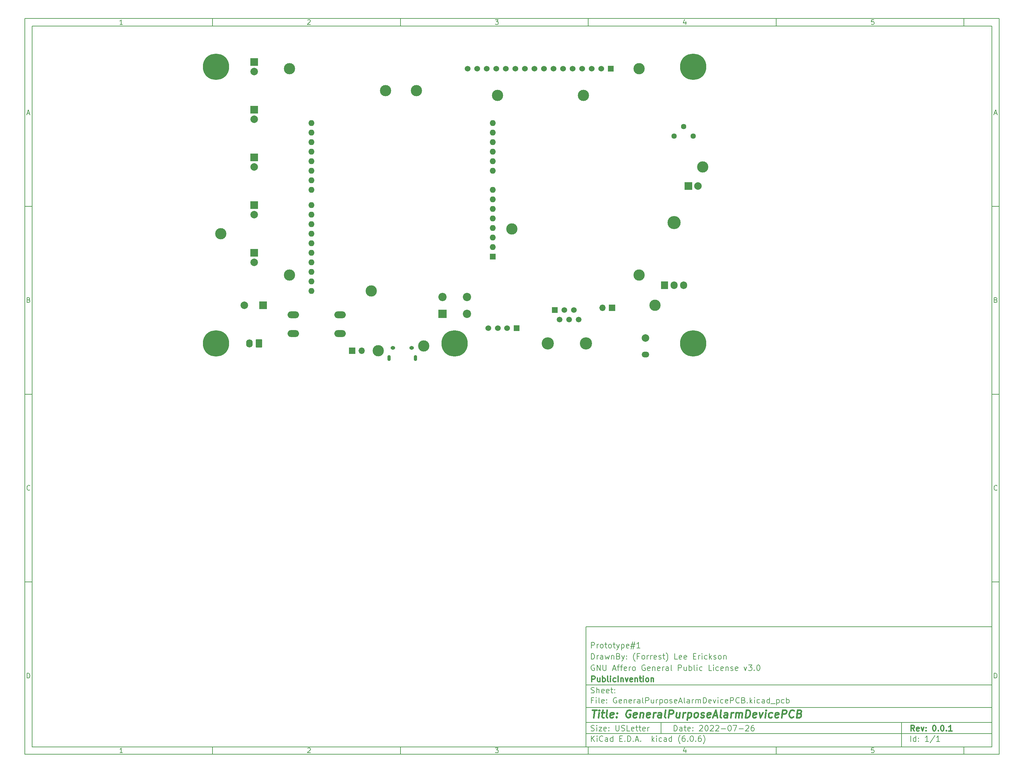
<source format=gbr>
%TF.GenerationSoftware,KiCad,Pcbnew,(6.0.6)*%
%TF.CreationDate,2022-08-04T15:50:23-04:00*%
%TF.ProjectId,GeneralPurposeAlarmDevicePCB,47656e65-7261-46c5-9075-72706f736541,0.0.1*%
%TF.SameCoordinates,Original*%
%TF.FileFunction,Soldermask,Bot*%
%TF.FilePolarity,Negative*%
%FSLAX46Y46*%
G04 Gerber Fmt 4.6, Leading zero omitted, Abs format (unit mm)*
G04 Created by KiCad (PCBNEW (6.0.6)) date 2022-08-04 15:50:23*
%MOMM*%
%LPD*%
G01*
G04 APERTURE LIST*
G04 Aperture macros list*
%AMRoundRect*
0 Rectangle with rounded corners*
0 $1 Rounding radius*
0 $2 $3 $4 $5 $6 $7 $8 $9 X,Y pos of 4 corners*
0 Add a 4 corners polygon primitive as box body*
4,1,4,$2,$3,$4,$5,$6,$7,$8,$9,$2,$3,0*
0 Add four circle primitives for the rounded corners*
1,1,$1+$1,$2,$3*
1,1,$1+$1,$4,$5*
1,1,$1+$1,$6,$7*
1,1,$1+$1,$8,$9*
0 Add four rect primitives between the rounded corners*
20,1,$1+$1,$2,$3,$4,$5,0*
20,1,$1+$1,$4,$5,$6,$7,0*
20,1,$1+$1,$6,$7,$8,$9,0*
20,1,$1+$1,$8,$9,$2,$3,0*%
G04 Aperture macros list end*
%ADD10C,0.100000*%
%ADD11C,0.150000*%
%ADD12C,0.300000*%
%ADD13C,0.400000*%
%ADD14C,0.800000*%
%ADD15C,7.000000*%
%ADD16R,1.524000X1.524000*%
%ADD17C,1.524000*%
%ADD18O,1.250000X0.950000*%
%ADD19O,0.890000X1.550000*%
%ADD20RoundRect,0.250000X0.620000X0.845000X-0.620000X0.845000X-0.620000X-0.845000X0.620000X-0.845000X0*%
%ADD21O,1.740000X2.190000*%
%ADD22R,1.700000X1.700000*%
%ADD23O,1.700000X1.700000*%
%ADD24O,2.000000X1.500000*%
%ADD25C,2.000000*%
%ADD26C,3.250000*%
%ADD27R,1.520000X1.520000*%
%ADD28C,1.520000*%
%ADD29C,3.000000*%
%ADD30O,3.500000X3.500000*%
%ADD31R,1.905000X2.000000*%
%ADD32O,1.905000X2.000000*%
%ADD33R,2.200000X2.200000*%
%ADD34C,2.200000*%
%ADD35R,2.000000X2.000000*%
%ADD36R,1.600000X1.600000*%
%ADD37O,1.600000X1.600000*%
%ADD38C,1.440000*%
%ADD39O,3.048000X1.850000*%
G04 APERTURE END LIST*
D10*
D11*
X159400000Y-171900000D02*
X159400000Y-203900000D01*
X267400000Y-203900000D01*
X267400000Y-171900000D01*
X159400000Y-171900000D01*
D10*
D11*
X10000000Y-10000000D02*
X10000000Y-205900000D01*
X269400000Y-205900000D01*
X269400000Y-10000000D01*
X10000000Y-10000000D01*
D10*
D11*
X12000000Y-12000000D02*
X12000000Y-203900000D01*
X267400000Y-203900000D01*
X267400000Y-12000000D01*
X12000000Y-12000000D01*
D10*
D11*
X60000000Y-12000000D02*
X60000000Y-10000000D01*
D10*
D11*
X110000000Y-12000000D02*
X110000000Y-10000000D01*
D10*
D11*
X160000000Y-12000000D02*
X160000000Y-10000000D01*
D10*
D11*
X210000000Y-12000000D02*
X210000000Y-10000000D01*
D10*
D11*
X260000000Y-12000000D02*
X260000000Y-10000000D01*
D10*
D11*
X36065476Y-11588095D02*
X35322619Y-11588095D01*
X35694047Y-11588095D02*
X35694047Y-10288095D01*
X35570238Y-10473809D01*
X35446428Y-10597619D01*
X35322619Y-10659523D01*
D10*
D11*
X85322619Y-10411904D02*
X85384523Y-10350000D01*
X85508333Y-10288095D01*
X85817857Y-10288095D01*
X85941666Y-10350000D01*
X86003571Y-10411904D01*
X86065476Y-10535714D01*
X86065476Y-10659523D01*
X86003571Y-10845238D01*
X85260714Y-11588095D01*
X86065476Y-11588095D01*
D10*
D11*
X135260714Y-10288095D02*
X136065476Y-10288095D01*
X135632142Y-10783333D01*
X135817857Y-10783333D01*
X135941666Y-10845238D01*
X136003571Y-10907142D01*
X136065476Y-11030952D01*
X136065476Y-11340476D01*
X136003571Y-11464285D01*
X135941666Y-11526190D01*
X135817857Y-11588095D01*
X135446428Y-11588095D01*
X135322619Y-11526190D01*
X135260714Y-11464285D01*
D10*
D11*
X185941666Y-10721428D02*
X185941666Y-11588095D01*
X185632142Y-10226190D02*
X185322619Y-11154761D01*
X186127380Y-11154761D01*
D10*
D11*
X236003571Y-10288095D02*
X235384523Y-10288095D01*
X235322619Y-10907142D01*
X235384523Y-10845238D01*
X235508333Y-10783333D01*
X235817857Y-10783333D01*
X235941666Y-10845238D01*
X236003571Y-10907142D01*
X236065476Y-11030952D01*
X236065476Y-11340476D01*
X236003571Y-11464285D01*
X235941666Y-11526190D01*
X235817857Y-11588095D01*
X235508333Y-11588095D01*
X235384523Y-11526190D01*
X235322619Y-11464285D01*
D10*
D11*
X60000000Y-203900000D02*
X60000000Y-205900000D01*
D10*
D11*
X110000000Y-203900000D02*
X110000000Y-205900000D01*
D10*
D11*
X160000000Y-203900000D02*
X160000000Y-205900000D01*
D10*
D11*
X210000000Y-203900000D02*
X210000000Y-205900000D01*
D10*
D11*
X260000000Y-203900000D02*
X260000000Y-205900000D01*
D10*
D11*
X36065476Y-205488095D02*
X35322619Y-205488095D01*
X35694047Y-205488095D02*
X35694047Y-204188095D01*
X35570238Y-204373809D01*
X35446428Y-204497619D01*
X35322619Y-204559523D01*
D10*
D11*
X85322619Y-204311904D02*
X85384523Y-204250000D01*
X85508333Y-204188095D01*
X85817857Y-204188095D01*
X85941666Y-204250000D01*
X86003571Y-204311904D01*
X86065476Y-204435714D01*
X86065476Y-204559523D01*
X86003571Y-204745238D01*
X85260714Y-205488095D01*
X86065476Y-205488095D01*
D10*
D11*
X135260714Y-204188095D02*
X136065476Y-204188095D01*
X135632142Y-204683333D01*
X135817857Y-204683333D01*
X135941666Y-204745238D01*
X136003571Y-204807142D01*
X136065476Y-204930952D01*
X136065476Y-205240476D01*
X136003571Y-205364285D01*
X135941666Y-205426190D01*
X135817857Y-205488095D01*
X135446428Y-205488095D01*
X135322619Y-205426190D01*
X135260714Y-205364285D01*
D10*
D11*
X185941666Y-204621428D02*
X185941666Y-205488095D01*
X185632142Y-204126190D02*
X185322619Y-205054761D01*
X186127380Y-205054761D01*
D10*
D11*
X236003571Y-204188095D02*
X235384523Y-204188095D01*
X235322619Y-204807142D01*
X235384523Y-204745238D01*
X235508333Y-204683333D01*
X235817857Y-204683333D01*
X235941666Y-204745238D01*
X236003571Y-204807142D01*
X236065476Y-204930952D01*
X236065476Y-205240476D01*
X236003571Y-205364285D01*
X235941666Y-205426190D01*
X235817857Y-205488095D01*
X235508333Y-205488095D01*
X235384523Y-205426190D01*
X235322619Y-205364285D01*
D10*
D11*
X10000000Y-60000000D02*
X12000000Y-60000000D01*
D10*
D11*
X10000000Y-110000000D02*
X12000000Y-110000000D01*
D10*
D11*
X10000000Y-160000000D02*
X12000000Y-160000000D01*
D10*
D11*
X10690476Y-35216666D02*
X11309523Y-35216666D01*
X10566666Y-35588095D02*
X11000000Y-34288095D01*
X11433333Y-35588095D01*
D10*
D11*
X11092857Y-84907142D02*
X11278571Y-84969047D01*
X11340476Y-85030952D01*
X11402380Y-85154761D01*
X11402380Y-85340476D01*
X11340476Y-85464285D01*
X11278571Y-85526190D01*
X11154761Y-85588095D01*
X10659523Y-85588095D01*
X10659523Y-84288095D01*
X11092857Y-84288095D01*
X11216666Y-84350000D01*
X11278571Y-84411904D01*
X11340476Y-84535714D01*
X11340476Y-84659523D01*
X11278571Y-84783333D01*
X11216666Y-84845238D01*
X11092857Y-84907142D01*
X10659523Y-84907142D01*
D10*
D11*
X11402380Y-135464285D02*
X11340476Y-135526190D01*
X11154761Y-135588095D01*
X11030952Y-135588095D01*
X10845238Y-135526190D01*
X10721428Y-135402380D01*
X10659523Y-135278571D01*
X10597619Y-135030952D01*
X10597619Y-134845238D01*
X10659523Y-134597619D01*
X10721428Y-134473809D01*
X10845238Y-134350000D01*
X11030952Y-134288095D01*
X11154761Y-134288095D01*
X11340476Y-134350000D01*
X11402380Y-134411904D01*
D10*
D11*
X10659523Y-185588095D02*
X10659523Y-184288095D01*
X10969047Y-184288095D01*
X11154761Y-184350000D01*
X11278571Y-184473809D01*
X11340476Y-184597619D01*
X11402380Y-184845238D01*
X11402380Y-185030952D01*
X11340476Y-185278571D01*
X11278571Y-185402380D01*
X11154761Y-185526190D01*
X10969047Y-185588095D01*
X10659523Y-185588095D01*
D10*
D11*
X269400000Y-60000000D02*
X267400000Y-60000000D01*
D10*
D11*
X269400000Y-110000000D02*
X267400000Y-110000000D01*
D10*
D11*
X269400000Y-160000000D02*
X267400000Y-160000000D01*
D10*
D11*
X268090476Y-35216666D02*
X268709523Y-35216666D01*
X267966666Y-35588095D02*
X268400000Y-34288095D01*
X268833333Y-35588095D01*
D10*
D11*
X268492857Y-84907142D02*
X268678571Y-84969047D01*
X268740476Y-85030952D01*
X268802380Y-85154761D01*
X268802380Y-85340476D01*
X268740476Y-85464285D01*
X268678571Y-85526190D01*
X268554761Y-85588095D01*
X268059523Y-85588095D01*
X268059523Y-84288095D01*
X268492857Y-84288095D01*
X268616666Y-84350000D01*
X268678571Y-84411904D01*
X268740476Y-84535714D01*
X268740476Y-84659523D01*
X268678571Y-84783333D01*
X268616666Y-84845238D01*
X268492857Y-84907142D01*
X268059523Y-84907142D01*
D10*
D11*
X268802380Y-135464285D02*
X268740476Y-135526190D01*
X268554761Y-135588095D01*
X268430952Y-135588095D01*
X268245238Y-135526190D01*
X268121428Y-135402380D01*
X268059523Y-135278571D01*
X267997619Y-135030952D01*
X267997619Y-134845238D01*
X268059523Y-134597619D01*
X268121428Y-134473809D01*
X268245238Y-134350000D01*
X268430952Y-134288095D01*
X268554761Y-134288095D01*
X268740476Y-134350000D01*
X268802380Y-134411904D01*
D10*
D11*
X268059523Y-185588095D02*
X268059523Y-184288095D01*
X268369047Y-184288095D01*
X268554761Y-184350000D01*
X268678571Y-184473809D01*
X268740476Y-184597619D01*
X268802380Y-184845238D01*
X268802380Y-185030952D01*
X268740476Y-185278571D01*
X268678571Y-185402380D01*
X268554761Y-185526190D01*
X268369047Y-185588095D01*
X268059523Y-185588095D01*
D10*
D11*
X182832142Y-199678571D02*
X182832142Y-198178571D01*
X183189285Y-198178571D01*
X183403571Y-198250000D01*
X183546428Y-198392857D01*
X183617857Y-198535714D01*
X183689285Y-198821428D01*
X183689285Y-199035714D01*
X183617857Y-199321428D01*
X183546428Y-199464285D01*
X183403571Y-199607142D01*
X183189285Y-199678571D01*
X182832142Y-199678571D01*
X184975000Y-199678571D02*
X184975000Y-198892857D01*
X184903571Y-198750000D01*
X184760714Y-198678571D01*
X184475000Y-198678571D01*
X184332142Y-198750000D01*
X184975000Y-199607142D02*
X184832142Y-199678571D01*
X184475000Y-199678571D01*
X184332142Y-199607142D01*
X184260714Y-199464285D01*
X184260714Y-199321428D01*
X184332142Y-199178571D01*
X184475000Y-199107142D01*
X184832142Y-199107142D01*
X184975000Y-199035714D01*
X185475000Y-198678571D02*
X186046428Y-198678571D01*
X185689285Y-198178571D02*
X185689285Y-199464285D01*
X185760714Y-199607142D01*
X185903571Y-199678571D01*
X186046428Y-199678571D01*
X187117857Y-199607142D02*
X186975000Y-199678571D01*
X186689285Y-199678571D01*
X186546428Y-199607142D01*
X186475000Y-199464285D01*
X186475000Y-198892857D01*
X186546428Y-198750000D01*
X186689285Y-198678571D01*
X186975000Y-198678571D01*
X187117857Y-198750000D01*
X187189285Y-198892857D01*
X187189285Y-199035714D01*
X186475000Y-199178571D01*
X187832142Y-199535714D02*
X187903571Y-199607142D01*
X187832142Y-199678571D01*
X187760714Y-199607142D01*
X187832142Y-199535714D01*
X187832142Y-199678571D01*
X187832142Y-198750000D02*
X187903571Y-198821428D01*
X187832142Y-198892857D01*
X187760714Y-198821428D01*
X187832142Y-198750000D01*
X187832142Y-198892857D01*
X189617857Y-198321428D02*
X189689285Y-198250000D01*
X189832142Y-198178571D01*
X190189285Y-198178571D01*
X190332142Y-198250000D01*
X190403571Y-198321428D01*
X190475000Y-198464285D01*
X190475000Y-198607142D01*
X190403571Y-198821428D01*
X189546428Y-199678571D01*
X190475000Y-199678571D01*
X191403571Y-198178571D02*
X191546428Y-198178571D01*
X191689285Y-198250000D01*
X191760714Y-198321428D01*
X191832142Y-198464285D01*
X191903571Y-198750000D01*
X191903571Y-199107142D01*
X191832142Y-199392857D01*
X191760714Y-199535714D01*
X191689285Y-199607142D01*
X191546428Y-199678571D01*
X191403571Y-199678571D01*
X191260714Y-199607142D01*
X191189285Y-199535714D01*
X191117857Y-199392857D01*
X191046428Y-199107142D01*
X191046428Y-198750000D01*
X191117857Y-198464285D01*
X191189285Y-198321428D01*
X191260714Y-198250000D01*
X191403571Y-198178571D01*
X192475000Y-198321428D02*
X192546428Y-198250000D01*
X192689285Y-198178571D01*
X193046428Y-198178571D01*
X193189285Y-198250000D01*
X193260714Y-198321428D01*
X193332142Y-198464285D01*
X193332142Y-198607142D01*
X193260714Y-198821428D01*
X192403571Y-199678571D01*
X193332142Y-199678571D01*
X193903571Y-198321428D02*
X193975000Y-198250000D01*
X194117857Y-198178571D01*
X194475000Y-198178571D01*
X194617857Y-198250000D01*
X194689285Y-198321428D01*
X194760714Y-198464285D01*
X194760714Y-198607142D01*
X194689285Y-198821428D01*
X193832142Y-199678571D01*
X194760714Y-199678571D01*
X195403571Y-199107142D02*
X196546428Y-199107142D01*
X197546428Y-198178571D02*
X197689285Y-198178571D01*
X197832142Y-198250000D01*
X197903571Y-198321428D01*
X197975000Y-198464285D01*
X198046428Y-198750000D01*
X198046428Y-199107142D01*
X197975000Y-199392857D01*
X197903571Y-199535714D01*
X197832142Y-199607142D01*
X197689285Y-199678571D01*
X197546428Y-199678571D01*
X197403571Y-199607142D01*
X197332142Y-199535714D01*
X197260714Y-199392857D01*
X197189285Y-199107142D01*
X197189285Y-198750000D01*
X197260714Y-198464285D01*
X197332142Y-198321428D01*
X197403571Y-198250000D01*
X197546428Y-198178571D01*
X198546428Y-198178571D02*
X199546428Y-198178571D01*
X198903571Y-199678571D01*
X200117857Y-199107142D02*
X201260714Y-199107142D01*
X201903571Y-198321428D02*
X201975000Y-198250000D01*
X202117857Y-198178571D01*
X202475000Y-198178571D01*
X202617857Y-198250000D01*
X202689285Y-198321428D01*
X202760714Y-198464285D01*
X202760714Y-198607142D01*
X202689285Y-198821428D01*
X201832142Y-199678571D01*
X202760714Y-199678571D01*
X204046428Y-198178571D02*
X203760714Y-198178571D01*
X203617857Y-198250000D01*
X203546428Y-198321428D01*
X203403571Y-198535714D01*
X203332142Y-198821428D01*
X203332142Y-199392857D01*
X203403571Y-199535714D01*
X203475000Y-199607142D01*
X203617857Y-199678571D01*
X203903571Y-199678571D01*
X204046428Y-199607142D01*
X204117857Y-199535714D01*
X204189285Y-199392857D01*
X204189285Y-199035714D01*
X204117857Y-198892857D01*
X204046428Y-198821428D01*
X203903571Y-198750000D01*
X203617857Y-198750000D01*
X203475000Y-198821428D01*
X203403571Y-198892857D01*
X203332142Y-199035714D01*
D10*
D11*
X159400000Y-200400000D02*
X267400000Y-200400000D01*
D10*
D11*
X160832142Y-202478571D02*
X160832142Y-200978571D01*
X161689285Y-202478571D02*
X161046428Y-201621428D01*
X161689285Y-200978571D02*
X160832142Y-201835714D01*
X162332142Y-202478571D02*
X162332142Y-201478571D01*
X162332142Y-200978571D02*
X162260714Y-201050000D01*
X162332142Y-201121428D01*
X162403571Y-201050000D01*
X162332142Y-200978571D01*
X162332142Y-201121428D01*
X163903571Y-202335714D02*
X163832142Y-202407142D01*
X163617857Y-202478571D01*
X163475000Y-202478571D01*
X163260714Y-202407142D01*
X163117857Y-202264285D01*
X163046428Y-202121428D01*
X162975000Y-201835714D01*
X162975000Y-201621428D01*
X163046428Y-201335714D01*
X163117857Y-201192857D01*
X163260714Y-201050000D01*
X163475000Y-200978571D01*
X163617857Y-200978571D01*
X163832142Y-201050000D01*
X163903571Y-201121428D01*
X165189285Y-202478571D02*
X165189285Y-201692857D01*
X165117857Y-201550000D01*
X164975000Y-201478571D01*
X164689285Y-201478571D01*
X164546428Y-201550000D01*
X165189285Y-202407142D02*
X165046428Y-202478571D01*
X164689285Y-202478571D01*
X164546428Y-202407142D01*
X164475000Y-202264285D01*
X164475000Y-202121428D01*
X164546428Y-201978571D01*
X164689285Y-201907142D01*
X165046428Y-201907142D01*
X165189285Y-201835714D01*
X166546428Y-202478571D02*
X166546428Y-200978571D01*
X166546428Y-202407142D02*
X166403571Y-202478571D01*
X166117857Y-202478571D01*
X165975000Y-202407142D01*
X165903571Y-202335714D01*
X165832142Y-202192857D01*
X165832142Y-201764285D01*
X165903571Y-201621428D01*
X165975000Y-201550000D01*
X166117857Y-201478571D01*
X166403571Y-201478571D01*
X166546428Y-201550000D01*
X168403571Y-201692857D02*
X168903571Y-201692857D01*
X169117857Y-202478571D02*
X168403571Y-202478571D01*
X168403571Y-200978571D01*
X169117857Y-200978571D01*
X169760714Y-202335714D02*
X169832142Y-202407142D01*
X169760714Y-202478571D01*
X169689285Y-202407142D01*
X169760714Y-202335714D01*
X169760714Y-202478571D01*
X170475000Y-202478571D02*
X170475000Y-200978571D01*
X170832142Y-200978571D01*
X171046428Y-201050000D01*
X171189285Y-201192857D01*
X171260714Y-201335714D01*
X171332142Y-201621428D01*
X171332142Y-201835714D01*
X171260714Y-202121428D01*
X171189285Y-202264285D01*
X171046428Y-202407142D01*
X170832142Y-202478571D01*
X170475000Y-202478571D01*
X171975000Y-202335714D02*
X172046428Y-202407142D01*
X171975000Y-202478571D01*
X171903571Y-202407142D01*
X171975000Y-202335714D01*
X171975000Y-202478571D01*
X172617857Y-202050000D02*
X173332142Y-202050000D01*
X172475000Y-202478571D02*
X172975000Y-200978571D01*
X173475000Y-202478571D01*
X173975000Y-202335714D02*
X174046428Y-202407142D01*
X173975000Y-202478571D01*
X173903571Y-202407142D01*
X173975000Y-202335714D01*
X173975000Y-202478571D01*
X176975000Y-202478571D02*
X176975000Y-200978571D01*
X177117857Y-201907142D02*
X177546428Y-202478571D01*
X177546428Y-201478571D02*
X176975000Y-202050000D01*
X178189285Y-202478571D02*
X178189285Y-201478571D01*
X178189285Y-200978571D02*
X178117857Y-201050000D01*
X178189285Y-201121428D01*
X178260714Y-201050000D01*
X178189285Y-200978571D01*
X178189285Y-201121428D01*
X179546428Y-202407142D02*
X179403571Y-202478571D01*
X179117857Y-202478571D01*
X178975000Y-202407142D01*
X178903571Y-202335714D01*
X178832142Y-202192857D01*
X178832142Y-201764285D01*
X178903571Y-201621428D01*
X178975000Y-201550000D01*
X179117857Y-201478571D01*
X179403571Y-201478571D01*
X179546428Y-201550000D01*
X180832142Y-202478571D02*
X180832142Y-201692857D01*
X180760714Y-201550000D01*
X180617857Y-201478571D01*
X180332142Y-201478571D01*
X180189285Y-201550000D01*
X180832142Y-202407142D02*
X180689285Y-202478571D01*
X180332142Y-202478571D01*
X180189285Y-202407142D01*
X180117857Y-202264285D01*
X180117857Y-202121428D01*
X180189285Y-201978571D01*
X180332142Y-201907142D01*
X180689285Y-201907142D01*
X180832142Y-201835714D01*
X182189285Y-202478571D02*
X182189285Y-200978571D01*
X182189285Y-202407142D02*
X182046428Y-202478571D01*
X181760714Y-202478571D01*
X181617857Y-202407142D01*
X181546428Y-202335714D01*
X181475000Y-202192857D01*
X181475000Y-201764285D01*
X181546428Y-201621428D01*
X181617857Y-201550000D01*
X181760714Y-201478571D01*
X182046428Y-201478571D01*
X182189285Y-201550000D01*
X184475000Y-203050000D02*
X184403571Y-202978571D01*
X184260714Y-202764285D01*
X184189285Y-202621428D01*
X184117857Y-202407142D01*
X184046428Y-202050000D01*
X184046428Y-201764285D01*
X184117857Y-201407142D01*
X184189285Y-201192857D01*
X184260714Y-201050000D01*
X184403571Y-200835714D01*
X184475000Y-200764285D01*
X185689285Y-200978571D02*
X185403571Y-200978571D01*
X185260714Y-201050000D01*
X185189285Y-201121428D01*
X185046428Y-201335714D01*
X184975000Y-201621428D01*
X184975000Y-202192857D01*
X185046428Y-202335714D01*
X185117857Y-202407142D01*
X185260714Y-202478571D01*
X185546428Y-202478571D01*
X185689285Y-202407142D01*
X185760714Y-202335714D01*
X185832142Y-202192857D01*
X185832142Y-201835714D01*
X185760714Y-201692857D01*
X185689285Y-201621428D01*
X185546428Y-201550000D01*
X185260714Y-201550000D01*
X185117857Y-201621428D01*
X185046428Y-201692857D01*
X184975000Y-201835714D01*
X186475000Y-202335714D02*
X186546428Y-202407142D01*
X186475000Y-202478571D01*
X186403571Y-202407142D01*
X186475000Y-202335714D01*
X186475000Y-202478571D01*
X187475000Y-200978571D02*
X187617857Y-200978571D01*
X187760714Y-201050000D01*
X187832142Y-201121428D01*
X187903571Y-201264285D01*
X187975000Y-201550000D01*
X187975000Y-201907142D01*
X187903571Y-202192857D01*
X187832142Y-202335714D01*
X187760714Y-202407142D01*
X187617857Y-202478571D01*
X187475000Y-202478571D01*
X187332142Y-202407142D01*
X187260714Y-202335714D01*
X187189285Y-202192857D01*
X187117857Y-201907142D01*
X187117857Y-201550000D01*
X187189285Y-201264285D01*
X187260714Y-201121428D01*
X187332142Y-201050000D01*
X187475000Y-200978571D01*
X188617857Y-202335714D02*
X188689285Y-202407142D01*
X188617857Y-202478571D01*
X188546428Y-202407142D01*
X188617857Y-202335714D01*
X188617857Y-202478571D01*
X189975000Y-200978571D02*
X189689285Y-200978571D01*
X189546428Y-201050000D01*
X189475000Y-201121428D01*
X189332142Y-201335714D01*
X189260714Y-201621428D01*
X189260714Y-202192857D01*
X189332142Y-202335714D01*
X189403571Y-202407142D01*
X189546428Y-202478571D01*
X189832142Y-202478571D01*
X189975000Y-202407142D01*
X190046428Y-202335714D01*
X190117857Y-202192857D01*
X190117857Y-201835714D01*
X190046428Y-201692857D01*
X189975000Y-201621428D01*
X189832142Y-201550000D01*
X189546428Y-201550000D01*
X189403571Y-201621428D01*
X189332142Y-201692857D01*
X189260714Y-201835714D01*
X190617857Y-203050000D02*
X190689285Y-202978571D01*
X190832142Y-202764285D01*
X190903571Y-202621428D01*
X190975000Y-202407142D01*
X191046428Y-202050000D01*
X191046428Y-201764285D01*
X190975000Y-201407142D01*
X190903571Y-201192857D01*
X190832142Y-201050000D01*
X190689285Y-200835714D01*
X190617857Y-200764285D01*
D10*
D11*
X159400000Y-197400000D02*
X267400000Y-197400000D01*
D10*
D12*
X246809285Y-199678571D02*
X246309285Y-198964285D01*
X245952142Y-199678571D02*
X245952142Y-198178571D01*
X246523571Y-198178571D01*
X246666428Y-198250000D01*
X246737857Y-198321428D01*
X246809285Y-198464285D01*
X246809285Y-198678571D01*
X246737857Y-198821428D01*
X246666428Y-198892857D01*
X246523571Y-198964285D01*
X245952142Y-198964285D01*
X248023571Y-199607142D02*
X247880714Y-199678571D01*
X247595000Y-199678571D01*
X247452142Y-199607142D01*
X247380714Y-199464285D01*
X247380714Y-198892857D01*
X247452142Y-198750000D01*
X247595000Y-198678571D01*
X247880714Y-198678571D01*
X248023571Y-198750000D01*
X248095000Y-198892857D01*
X248095000Y-199035714D01*
X247380714Y-199178571D01*
X248595000Y-198678571D02*
X248952142Y-199678571D01*
X249309285Y-198678571D01*
X249880714Y-199535714D02*
X249952142Y-199607142D01*
X249880714Y-199678571D01*
X249809285Y-199607142D01*
X249880714Y-199535714D01*
X249880714Y-199678571D01*
X249880714Y-198750000D02*
X249952142Y-198821428D01*
X249880714Y-198892857D01*
X249809285Y-198821428D01*
X249880714Y-198750000D01*
X249880714Y-198892857D01*
X252023571Y-198178571D02*
X252166428Y-198178571D01*
X252309285Y-198250000D01*
X252380714Y-198321428D01*
X252452142Y-198464285D01*
X252523571Y-198750000D01*
X252523571Y-199107142D01*
X252452142Y-199392857D01*
X252380714Y-199535714D01*
X252309285Y-199607142D01*
X252166428Y-199678571D01*
X252023571Y-199678571D01*
X251880714Y-199607142D01*
X251809285Y-199535714D01*
X251737857Y-199392857D01*
X251666428Y-199107142D01*
X251666428Y-198750000D01*
X251737857Y-198464285D01*
X251809285Y-198321428D01*
X251880714Y-198250000D01*
X252023571Y-198178571D01*
X253166428Y-199535714D02*
X253237857Y-199607142D01*
X253166428Y-199678571D01*
X253095000Y-199607142D01*
X253166428Y-199535714D01*
X253166428Y-199678571D01*
X254166428Y-198178571D02*
X254309285Y-198178571D01*
X254452142Y-198250000D01*
X254523571Y-198321428D01*
X254595000Y-198464285D01*
X254666428Y-198750000D01*
X254666428Y-199107142D01*
X254595000Y-199392857D01*
X254523571Y-199535714D01*
X254452142Y-199607142D01*
X254309285Y-199678571D01*
X254166428Y-199678571D01*
X254023571Y-199607142D01*
X253952142Y-199535714D01*
X253880714Y-199392857D01*
X253809285Y-199107142D01*
X253809285Y-198750000D01*
X253880714Y-198464285D01*
X253952142Y-198321428D01*
X254023571Y-198250000D01*
X254166428Y-198178571D01*
X255309285Y-199535714D02*
X255380714Y-199607142D01*
X255309285Y-199678571D01*
X255237857Y-199607142D01*
X255309285Y-199535714D01*
X255309285Y-199678571D01*
X256809285Y-199678571D02*
X255952142Y-199678571D01*
X256380714Y-199678571D02*
X256380714Y-198178571D01*
X256237857Y-198392857D01*
X256095000Y-198535714D01*
X255952142Y-198607142D01*
D10*
D11*
X160760714Y-199607142D02*
X160975000Y-199678571D01*
X161332142Y-199678571D01*
X161475000Y-199607142D01*
X161546428Y-199535714D01*
X161617857Y-199392857D01*
X161617857Y-199250000D01*
X161546428Y-199107142D01*
X161475000Y-199035714D01*
X161332142Y-198964285D01*
X161046428Y-198892857D01*
X160903571Y-198821428D01*
X160832142Y-198750000D01*
X160760714Y-198607142D01*
X160760714Y-198464285D01*
X160832142Y-198321428D01*
X160903571Y-198250000D01*
X161046428Y-198178571D01*
X161403571Y-198178571D01*
X161617857Y-198250000D01*
X162260714Y-199678571D02*
X162260714Y-198678571D01*
X162260714Y-198178571D02*
X162189285Y-198250000D01*
X162260714Y-198321428D01*
X162332142Y-198250000D01*
X162260714Y-198178571D01*
X162260714Y-198321428D01*
X162832142Y-198678571D02*
X163617857Y-198678571D01*
X162832142Y-199678571D01*
X163617857Y-199678571D01*
X164760714Y-199607142D02*
X164617857Y-199678571D01*
X164332142Y-199678571D01*
X164189285Y-199607142D01*
X164117857Y-199464285D01*
X164117857Y-198892857D01*
X164189285Y-198750000D01*
X164332142Y-198678571D01*
X164617857Y-198678571D01*
X164760714Y-198750000D01*
X164832142Y-198892857D01*
X164832142Y-199035714D01*
X164117857Y-199178571D01*
X165475000Y-199535714D02*
X165546428Y-199607142D01*
X165475000Y-199678571D01*
X165403571Y-199607142D01*
X165475000Y-199535714D01*
X165475000Y-199678571D01*
X165475000Y-198750000D02*
X165546428Y-198821428D01*
X165475000Y-198892857D01*
X165403571Y-198821428D01*
X165475000Y-198750000D01*
X165475000Y-198892857D01*
X167332142Y-198178571D02*
X167332142Y-199392857D01*
X167403571Y-199535714D01*
X167475000Y-199607142D01*
X167617857Y-199678571D01*
X167903571Y-199678571D01*
X168046428Y-199607142D01*
X168117857Y-199535714D01*
X168189285Y-199392857D01*
X168189285Y-198178571D01*
X168832142Y-199607142D02*
X169046428Y-199678571D01*
X169403571Y-199678571D01*
X169546428Y-199607142D01*
X169617857Y-199535714D01*
X169689285Y-199392857D01*
X169689285Y-199250000D01*
X169617857Y-199107142D01*
X169546428Y-199035714D01*
X169403571Y-198964285D01*
X169117857Y-198892857D01*
X168975000Y-198821428D01*
X168903571Y-198750000D01*
X168832142Y-198607142D01*
X168832142Y-198464285D01*
X168903571Y-198321428D01*
X168975000Y-198250000D01*
X169117857Y-198178571D01*
X169475000Y-198178571D01*
X169689285Y-198250000D01*
X171046428Y-199678571D02*
X170332142Y-199678571D01*
X170332142Y-198178571D01*
X172117857Y-199607142D02*
X171975000Y-199678571D01*
X171689285Y-199678571D01*
X171546428Y-199607142D01*
X171475000Y-199464285D01*
X171475000Y-198892857D01*
X171546428Y-198750000D01*
X171689285Y-198678571D01*
X171975000Y-198678571D01*
X172117857Y-198750000D01*
X172189285Y-198892857D01*
X172189285Y-199035714D01*
X171475000Y-199178571D01*
X172617857Y-198678571D02*
X173189285Y-198678571D01*
X172832142Y-198178571D02*
X172832142Y-199464285D01*
X172903571Y-199607142D01*
X173046428Y-199678571D01*
X173189285Y-199678571D01*
X173475000Y-198678571D02*
X174046428Y-198678571D01*
X173689285Y-198178571D02*
X173689285Y-199464285D01*
X173760714Y-199607142D01*
X173903571Y-199678571D01*
X174046428Y-199678571D01*
X175117857Y-199607142D02*
X174975000Y-199678571D01*
X174689285Y-199678571D01*
X174546428Y-199607142D01*
X174475000Y-199464285D01*
X174475000Y-198892857D01*
X174546428Y-198750000D01*
X174689285Y-198678571D01*
X174975000Y-198678571D01*
X175117857Y-198750000D01*
X175189285Y-198892857D01*
X175189285Y-199035714D01*
X174475000Y-199178571D01*
X175832142Y-199678571D02*
X175832142Y-198678571D01*
X175832142Y-198964285D02*
X175903571Y-198821428D01*
X175975000Y-198750000D01*
X176117857Y-198678571D01*
X176260714Y-198678571D01*
D10*
D11*
X245832142Y-202478571D02*
X245832142Y-200978571D01*
X247189285Y-202478571D02*
X247189285Y-200978571D01*
X247189285Y-202407142D02*
X247046428Y-202478571D01*
X246760714Y-202478571D01*
X246617857Y-202407142D01*
X246546428Y-202335714D01*
X246475000Y-202192857D01*
X246475000Y-201764285D01*
X246546428Y-201621428D01*
X246617857Y-201550000D01*
X246760714Y-201478571D01*
X247046428Y-201478571D01*
X247189285Y-201550000D01*
X247903571Y-202335714D02*
X247975000Y-202407142D01*
X247903571Y-202478571D01*
X247832142Y-202407142D01*
X247903571Y-202335714D01*
X247903571Y-202478571D01*
X247903571Y-201550000D02*
X247975000Y-201621428D01*
X247903571Y-201692857D01*
X247832142Y-201621428D01*
X247903571Y-201550000D01*
X247903571Y-201692857D01*
X250546428Y-202478571D02*
X249689285Y-202478571D01*
X250117857Y-202478571D02*
X250117857Y-200978571D01*
X249975000Y-201192857D01*
X249832142Y-201335714D01*
X249689285Y-201407142D01*
X252260714Y-200907142D02*
X250975000Y-202835714D01*
X253546428Y-202478571D02*
X252689285Y-202478571D01*
X253117857Y-202478571D02*
X253117857Y-200978571D01*
X252975000Y-201192857D01*
X252832142Y-201335714D01*
X252689285Y-201407142D01*
D10*
D11*
X159400000Y-193400000D02*
X267400000Y-193400000D01*
D10*
D13*
X161112380Y-194104761D02*
X162255238Y-194104761D01*
X161433809Y-196104761D02*
X161683809Y-194104761D01*
X162671904Y-196104761D02*
X162838571Y-194771428D01*
X162921904Y-194104761D02*
X162814761Y-194200000D01*
X162898095Y-194295238D01*
X163005238Y-194200000D01*
X162921904Y-194104761D01*
X162898095Y-194295238D01*
X163505238Y-194771428D02*
X164267142Y-194771428D01*
X163874285Y-194104761D02*
X163660000Y-195819047D01*
X163731428Y-196009523D01*
X163910000Y-196104761D01*
X164100476Y-196104761D01*
X165052857Y-196104761D02*
X164874285Y-196009523D01*
X164802857Y-195819047D01*
X165017142Y-194104761D01*
X166588571Y-196009523D02*
X166386190Y-196104761D01*
X166005238Y-196104761D01*
X165826666Y-196009523D01*
X165755238Y-195819047D01*
X165850476Y-195057142D01*
X165969523Y-194866666D01*
X166171904Y-194771428D01*
X166552857Y-194771428D01*
X166731428Y-194866666D01*
X166802857Y-195057142D01*
X166779047Y-195247619D01*
X165802857Y-195438095D01*
X167552857Y-195914285D02*
X167636190Y-196009523D01*
X167529047Y-196104761D01*
X167445714Y-196009523D01*
X167552857Y-195914285D01*
X167529047Y-196104761D01*
X167683809Y-194866666D02*
X167767142Y-194961904D01*
X167660000Y-195057142D01*
X167576666Y-194961904D01*
X167683809Y-194866666D01*
X167660000Y-195057142D01*
X171290952Y-194200000D02*
X171112380Y-194104761D01*
X170826666Y-194104761D01*
X170529047Y-194200000D01*
X170314761Y-194390476D01*
X170195714Y-194580952D01*
X170052857Y-194961904D01*
X170017142Y-195247619D01*
X170064761Y-195628571D01*
X170136190Y-195819047D01*
X170302857Y-196009523D01*
X170576666Y-196104761D01*
X170767142Y-196104761D01*
X171064761Y-196009523D01*
X171171904Y-195914285D01*
X171255238Y-195247619D01*
X170874285Y-195247619D01*
X172779047Y-196009523D02*
X172576666Y-196104761D01*
X172195714Y-196104761D01*
X172017142Y-196009523D01*
X171945714Y-195819047D01*
X172040952Y-195057142D01*
X172160000Y-194866666D01*
X172362380Y-194771428D01*
X172743333Y-194771428D01*
X172921904Y-194866666D01*
X172993333Y-195057142D01*
X172969523Y-195247619D01*
X171993333Y-195438095D01*
X173886190Y-194771428D02*
X173719523Y-196104761D01*
X173862380Y-194961904D02*
X173969523Y-194866666D01*
X174171904Y-194771428D01*
X174457619Y-194771428D01*
X174636190Y-194866666D01*
X174707619Y-195057142D01*
X174576666Y-196104761D01*
X176302857Y-196009523D02*
X176100476Y-196104761D01*
X175719523Y-196104761D01*
X175540952Y-196009523D01*
X175469523Y-195819047D01*
X175564761Y-195057142D01*
X175683809Y-194866666D01*
X175886190Y-194771428D01*
X176267142Y-194771428D01*
X176445714Y-194866666D01*
X176517142Y-195057142D01*
X176493333Y-195247619D01*
X175517142Y-195438095D01*
X177243333Y-196104761D02*
X177410000Y-194771428D01*
X177362380Y-195152380D02*
X177481428Y-194961904D01*
X177588571Y-194866666D01*
X177790952Y-194771428D01*
X177981428Y-194771428D01*
X179338571Y-196104761D02*
X179469523Y-195057142D01*
X179398095Y-194866666D01*
X179219523Y-194771428D01*
X178838571Y-194771428D01*
X178636190Y-194866666D01*
X179350476Y-196009523D02*
X179148095Y-196104761D01*
X178671904Y-196104761D01*
X178493333Y-196009523D01*
X178421904Y-195819047D01*
X178445714Y-195628571D01*
X178564761Y-195438095D01*
X178767142Y-195342857D01*
X179243333Y-195342857D01*
X179445714Y-195247619D01*
X180576666Y-196104761D02*
X180398095Y-196009523D01*
X180326666Y-195819047D01*
X180540952Y-194104761D01*
X181338571Y-196104761D02*
X181588571Y-194104761D01*
X182350476Y-194104761D01*
X182529047Y-194200000D01*
X182612380Y-194295238D01*
X182683809Y-194485714D01*
X182648095Y-194771428D01*
X182529047Y-194961904D01*
X182421904Y-195057142D01*
X182219523Y-195152380D01*
X181457619Y-195152380D01*
X184362380Y-194771428D02*
X184195714Y-196104761D01*
X183505238Y-194771428D02*
X183374285Y-195819047D01*
X183445714Y-196009523D01*
X183624285Y-196104761D01*
X183910000Y-196104761D01*
X184112380Y-196009523D01*
X184219523Y-195914285D01*
X185148095Y-196104761D02*
X185314761Y-194771428D01*
X185267142Y-195152380D02*
X185386190Y-194961904D01*
X185493333Y-194866666D01*
X185695714Y-194771428D01*
X185886190Y-194771428D01*
X186552857Y-194771428D02*
X186302857Y-196771428D01*
X186540952Y-194866666D02*
X186743333Y-194771428D01*
X187124285Y-194771428D01*
X187302857Y-194866666D01*
X187386190Y-194961904D01*
X187457619Y-195152380D01*
X187386190Y-195723809D01*
X187267142Y-195914285D01*
X187160000Y-196009523D01*
X186957619Y-196104761D01*
X186576666Y-196104761D01*
X186398095Y-196009523D01*
X188481428Y-196104761D02*
X188302857Y-196009523D01*
X188219523Y-195914285D01*
X188148095Y-195723809D01*
X188219523Y-195152380D01*
X188338571Y-194961904D01*
X188445714Y-194866666D01*
X188648095Y-194771428D01*
X188933809Y-194771428D01*
X189112380Y-194866666D01*
X189195714Y-194961904D01*
X189267142Y-195152380D01*
X189195714Y-195723809D01*
X189076666Y-195914285D01*
X188969523Y-196009523D01*
X188767142Y-196104761D01*
X188481428Y-196104761D01*
X189921904Y-196009523D02*
X190100476Y-196104761D01*
X190481428Y-196104761D01*
X190683809Y-196009523D01*
X190802857Y-195819047D01*
X190814761Y-195723809D01*
X190743333Y-195533333D01*
X190564761Y-195438095D01*
X190279047Y-195438095D01*
X190100476Y-195342857D01*
X190029047Y-195152380D01*
X190040952Y-195057142D01*
X190160000Y-194866666D01*
X190362380Y-194771428D01*
X190648095Y-194771428D01*
X190826666Y-194866666D01*
X192398095Y-196009523D02*
X192195714Y-196104761D01*
X191814761Y-196104761D01*
X191636190Y-196009523D01*
X191564761Y-195819047D01*
X191660000Y-195057142D01*
X191779047Y-194866666D01*
X191981428Y-194771428D01*
X192362380Y-194771428D01*
X192540952Y-194866666D01*
X192612380Y-195057142D01*
X192588571Y-195247619D01*
X191612380Y-195438095D01*
X193314761Y-195533333D02*
X194267142Y-195533333D01*
X193052857Y-196104761D02*
X193969523Y-194104761D01*
X194386190Y-196104761D01*
X195338571Y-196104761D02*
X195160000Y-196009523D01*
X195088571Y-195819047D01*
X195302857Y-194104761D01*
X196957619Y-196104761D02*
X197088571Y-195057142D01*
X197017142Y-194866666D01*
X196838571Y-194771428D01*
X196457619Y-194771428D01*
X196255238Y-194866666D01*
X196969523Y-196009523D02*
X196767142Y-196104761D01*
X196290952Y-196104761D01*
X196112380Y-196009523D01*
X196040952Y-195819047D01*
X196064761Y-195628571D01*
X196183809Y-195438095D01*
X196386190Y-195342857D01*
X196862380Y-195342857D01*
X197064761Y-195247619D01*
X197910000Y-196104761D02*
X198076666Y-194771428D01*
X198029047Y-195152380D02*
X198148095Y-194961904D01*
X198255238Y-194866666D01*
X198457619Y-194771428D01*
X198648095Y-194771428D01*
X199148095Y-196104761D02*
X199314761Y-194771428D01*
X199290952Y-194961904D02*
X199398095Y-194866666D01*
X199600476Y-194771428D01*
X199886190Y-194771428D01*
X200064761Y-194866666D01*
X200136190Y-195057142D01*
X200005238Y-196104761D01*
X200136190Y-195057142D02*
X200255238Y-194866666D01*
X200457619Y-194771428D01*
X200743333Y-194771428D01*
X200921904Y-194866666D01*
X200993333Y-195057142D01*
X200862380Y-196104761D01*
X201814761Y-196104761D02*
X202064761Y-194104761D01*
X202540952Y-194104761D01*
X202814761Y-194200000D01*
X202981428Y-194390476D01*
X203052857Y-194580952D01*
X203100476Y-194961904D01*
X203064761Y-195247619D01*
X202921904Y-195628571D01*
X202802857Y-195819047D01*
X202588571Y-196009523D01*
X202290952Y-196104761D01*
X201814761Y-196104761D01*
X204588571Y-196009523D02*
X204386190Y-196104761D01*
X204005238Y-196104761D01*
X203826666Y-196009523D01*
X203755238Y-195819047D01*
X203850476Y-195057142D01*
X203969523Y-194866666D01*
X204171904Y-194771428D01*
X204552857Y-194771428D01*
X204731428Y-194866666D01*
X204802857Y-195057142D01*
X204779047Y-195247619D01*
X203802857Y-195438095D01*
X205505238Y-194771428D02*
X205814761Y-196104761D01*
X206457619Y-194771428D01*
X207052857Y-196104761D02*
X207219523Y-194771428D01*
X207302857Y-194104761D02*
X207195714Y-194200000D01*
X207279047Y-194295238D01*
X207386190Y-194200000D01*
X207302857Y-194104761D01*
X207279047Y-194295238D01*
X208874285Y-196009523D02*
X208671904Y-196104761D01*
X208290952Y-196104761D01*
X208112380Y-196009523D01*
X208029047Y-195914285D01*
X207957619Y-195723809D01*
X208029047Y-195152380D01*
X208148095Y-194961904D01*
X208255238Y-194866666D01*
X208457619Y-194771428D01*
X208838571Y-194771428D01*
X209017142Y-194866666D01*
X210493333Y-196009523D02*
X210290952Y-196104761D01*
X209910000Y-196104761D01*
X209731428Y-196009523D01*
X209660000Y-195819047D01*
X209755238Y-195057142D01*
X209874285Y-194866666D01*
X210076666Y-194771428D01*
X210457619Y-194771428D01*
X210636190Y-194866666D01*
X210707619Y-195057142D01*
X210683809Y-195247619D01*
X209707619Y-195438095D01*
X211433809Y-196104761D02*
X211683809Y-194104761D01*
X212445714Y-194104761D01*
X212624285Y-194200000D01*
X212707619Y-194295238D01*
X212779047Y-194485714D01*
X212743333Y-194771428D01*
X212624285Y-194961904D01*
X212517142Y-195057142D01*
X212314761Y-195152380D01*
X211552857Y-195152380D01*
X214600476Y-195914285D02*
X214493333Y-196009523D01*
X214195714Y-196104761D01*
X214005238Y-196104761D01*
X213731428Y-196009523D01*
X213564761Y-195819047D01*
X213493333Y-195628571D01*
X213445714Y-195247619D01*
X213481428Y-194961904D01*
X213624285Y-194580952D01*
X213743333Y-194390476D01*
X213957619Y-194200000D01*
X214255238Y-194104761D01*
X214445714Y-194104761D01*
X214719523Y-194200000D01*
X214802857Y-194295238D01*
X216231428Y-195057142D02*
X216505238Y-195152380D01*
X216588571Y-195247619D01*
X216660000Y-195438095D01*
X216624285Y-195723809D01*
X216505238Y-195914285D01*
X216398095Y-196009523D01*
X216195714Y-196104761D01*
X215433809Y-196104761D01*
X215683809Y-194104761D01*
X216350476Y-194104761D01*
X216529047Y-194200000D01*
X216612380Y-194295238D01*
X216683809Y-194485714D01*
X216660000Y-194676190D01*
X216540952Y-194866666D01*
X216433809Y-194961904D01*
X216231428Y-195057142D01*
X215564761Y-195057142D01*
D10*
D11*
X161332142Y-191492857D02*
X160832142Y-191492857D01*
X160832142Y-192278571D02*
X160832142Y-190778571D01*
X161546428Y-190778571D01*
X162117857Y-192278571D02*
X162117857Y-191278571D01*
X162117857Y-190778571D02*
X162046428Y-190850000D01*
X162117857Y-190921428D01*
X162189285Y-190850000D01*
X162117857Y-190778571D01*
X162117857Y-190921428D01*
X163046428Y-192278571D02*
X162903571Y-192207142D01*
X162832142Y-192064285D01*
X162832142Y-190778571D01*
X164189285Y-192207142D02*
X164046428Y-192278571D01*
X163760714Y-192278571D01*
X163617857Y-192207142D01*
X163546428Y-192064285D01*
X163546428Y-191492857D01*
X163617857Y-191350000D01*
X163760714Y-191278571D01*
X164046428Y-191278571D01*
X164189285Y-191350000D01*
X164260714Y-191492857D01*
X164260714Y-191635714D01*
X163546428Y-191778571D01*
X164903571Y-192135714D02*
X164975000Y-192207142D01*
X164903571Y-192278571D01*
X164832142Y-192207142D01*
X164903571Y-192135714D01*
X164903571Y-192278571D01*
X164903571Y-191350000D02*
X164975000Y-191421428D01*
X164903571Y-191492857D01*
X164832142Y-191421428D01*
X164903571Y-191350000D01*
X164903571Y-191492857D01*
X167546428Y-190850000D02*
X167403571Y-190778571D01*
X167189285Y-190778571D01*
X166975000Y-190850000D01*
X166832142Y-190992857D01*
X166760714Y-191135714D01*
X166689285Y-191421428D01*
X166689285Y-191635714D01*
X166760714Y-191921428D01*
X166832142Y-192064285D01*
X166975000Y-192207142D01*
X167189285Y-192278571D01*
X167332142Y-192278571D01*
X167546428Y-192207142D01*
X167617857Y-192135714D01*
X167617857Y-191635714D01*
X167332142Y-191635714D01*
X168832142Y-192207142D02*
X168689285Y-192278571D01*
X168403571Y-192278571D01*
X168260714Y-192207142D01*
X168189285Y-192064285D01*
X168189285Y-191492857D01*
X168260714Y-191350000D01*
X168403571Y-191278571D01*
X168689285Y-191278571D01*
X168832142Y-191350000D01*
X168903571Y-191492857D01*
X168903571Y-191635714D01*
X168189285Y-191778571D01*
X169546428Y-191278571D02*
X169546428Y-192278571D01*
X169546428Y-191421428D02*
X169617857Y-191350000D01*
X169760714Y-191278571D01*
X169975000Y-191278571D01*
X170117857Y-191350000D01*
X170189285Y-191492857D01*
X170189285Y-192278571D01*
X171475000Y-192207142D02*
X171332142Y-192278571D01*
X171046428Y-192278571D01*
X170903571Y-192207142D01*
X170832142Y-192064285D01*
X170832142Y-191492857D01*
X170903571Y-191350000D01*
X171046428Y-191278571D01*
X171332142Y-191278571D01*
X171475000Y-191350000D01*
X171546428Y-191492857D01*
X171546428Y-191635714D01*
X170832142Y-191778571D01*
X172189285Y-192278571D02*
X172189285Y-191278571D01*
X172189285Y-191564285D02*
X172260714Y-191421428D01*
X172332142Y-191350000D01*
X172475000Y-191278571D01*
X172617857Y-191278571D01*
X173760714Y-192278571D02*
X173760714Y-191492857D01*
X173689285Y-191350000D01*
X173546428Y-191278571D01*
X173260714Y-191278571D01*
X173117857Y-191350000D01*
X173760714Y-192207142D02*
X173617857Y-192278571D01*
X173260714Y-192278571D01*
X173117857Y-192207142D01*
X173046428Y-192064285D01*
X173046428Y-191921428D01*
X173117857Y-191778571D01*
X173260714Y-191707142D01*
X173617857Y-191707142D01*
X173760714Y-191635714D01*
X174689285Y-192278571D02*
X174546428Y-192207142D01*
X174475000Y-192064285D01*
X174475000Y-190778571D01*
X175260714Y-192278571D02*
X175260714Y-190778571D01*
X175832142Y-190778571D01*
X175975000Y-190850000D01*
X176046428Y-190921428D01*
X176117857Y-191064285D01*
X176117857Y-191278571D01*
X176046428Y-191421428D01*
X175975000Y-191492857D01*
X175832142Y-191564285D01*
X175260714Y-191564285D01*
X177403571Y-191278571D02*
X177403571Y-192278571D01*
X176760714Y-191278571D02*
X176760714Y-192064285D01*
X176832142Y-192207142D01*
X176975000Y-192278571D01*
X177189285Y-192278571D01*
X177332142Y-192207142D01*
X177403571Y-192135714D01*
X178117857Y-192278571D02*
X178117857Y-191278571D01*
X178117857Y-191564285D02*
X178189285Y-191421428D01*
X178260714Y-191350000D01*
X178403571Y-191278571D01*
X178546428Y-191278571D01*
X179046428Y-191278571D02*
X179046428Y-192778571D01*
X179046428Y-191350000D02*
X179189285Y-191278571D01*
X179475000Y-191278571D01*
X179617857Y-191350000D01*
X179689285Y-191421428D01*
X179760714Y-191564285D01*
X179760714Y-191992857D01*
X179689285Y-192135714D01*
X179617857Y-192207142D01*
X179475000Y-192278571D01*
X179189285Y-192278571D01*
X179046428Y-192207142D01*
X180617857Y-192278571D02*
X180475000Y-192207142D01*
X180403571Y-192135714D01*
X180332142Y-191992857D01*
X180332142Y-191564285D01*
X180403571Y-191421428D01*
X180475000Y-191350000D01*
X180617857Y-191278571D01*
X180832142Y-191278571D01*
X180975000Y-191350000D01*
X181046428Y-191421428D01*
X181117857Y-191564285D01*
X181117857Y-191992857D01*
X181046428Y-192135714D01*
X180975000Y-192207142D01*
X180832142Y-192278571D01*
X180617857Y-192278571D01*
X181689285Y-192207142D02*
X181832142Y-192278571D01*
X182117857Y-192278571D01*
X182260714Y-192207142D01*
X182332142Y-192064285D01*
X182332142Y-191992857D01*
X182260714Y-191850000D01*
X182117857Y-191778571D01*
X181903571Y-191778571D01*
X181760714Y-191707142D01*
X181689285Y-191564285D01*
X181689285Y-191492857D01*
X181760714Y-191350000D01*
X181903571Y-191278571D01*
X182117857Y-191278571D01*
X182260714Y-191350000D01*
X183546428Y-192207142D02*
X183403571Y-192278571D01*
X183117857Y-192278571D01*
X182975000Y-192207142D01*
X182903571Y-192064285D01*
X182903571Y-191492857D01*
X182975000Y-191350000D01*
X183117857Y-191278571D01*
X183403571Y-191278571D01*
X183546428Y-191350000D01*
X183617857Y-191492857D01*
X183617857Y-191635714D01*
X182903571Y-191778571D01*
X184189285Y-191850000D02*
X184903571Y-191850000D01*
X184046428Y-192278571D02*
X184546428Y-190778571D01*
X185046428Y-192278571D01*
X185760714Y-192278571D02*
X185617857Y-192207142D01*
X185546428Y-192064285D01*
X185546428Y-190778571D01*
X186975000Y-192278571D02*
X186975000Y-191492857D01*
X186903571Y-191350000D01*
X186760714Y-191278571D01*
X186475000Y-191278571D01*
X186332142Y-191350000D01*
X186975000Y-192207142D02*
X186832142Y-192278571D01*
X186475000Y-192278571D01*
X186332142Y-192207142D01*
X186260714Y-192064285D01*
X186260714Y-191921428D01*
X186332142Y-191778571D01*
X186475000Y-191707142D01*
X186832142Y-191707142D01*
X186975000Y-191635714D01*
X187689285Y-192278571D02*
X187689285Y-191278571D01*
X187689285Y-191564285D02*
X187760714Y-191421428D01*
X187832142Y-191350000D01*
X187975000Y-191278571D01*
X188117857Y-191278571D01*
X188617857Y-192278571D02*
X188617857Y-191278571D01*
X188617857Y-191421428D02*
X188689285Y-191350000D01*
X188832142Y-191278571D01*
X189046428Y-191278571D01*
X189189285Y-191350000D01*
X189260714Y-191492857D01*
X189260714Y-192278571D01*
X189260714Y-191492857D02*
X189332142Y-191350000D01*
X189475000Y-191278571D01*
X189689285Y-191278571D01*
X189832142Y-191350000D01*
X189903571Y-191492857D01*
X189903571Y-192278571D01*
X190617857Y-192278571D02*
X190617857Y-190778571D01*
X190975000Y-190778571D01*
X191189285Y-190850000D01*
X191332142Y-190992857D01*
X191403571Y-191135714D01*
X191475000Y-191421428D01*
X191475000Y-191635714D01*
X191403571Y-191921428D01*
X191332142Y-192064285D01*
X191189285Y-192207142D01*
X190975000Y-192278571D01*
X190617857Y-192278571D01*
X192689285Y-192207142D02*
X192546428Y-192278571D01*
X192260714Y-192278571D01*
X192117857Y-192207142D01*
X192046428Y-192064285D01*
X192046428Y-191492857D01*
X192117857Y-191350000D01*
X192260714Y-191278571D01*
X192546428Y-191278571D01*
X192689285Y-191350000D01*
X192760714Y-191492857D01*
X192760714Y-191635714D01*
X192046428Y-191778571D01*
X193260714Y-191278571D02*
X193617857Y-192278571D01*
X193975000Y-191278571D01*
X194546428Y-192278571D02*
X194546428Y-191278571D01*
X194546428Y-190778571D02*
X194475000Y-190850000D01*
X194546428Y-190921428D01*
X194617857Y-190850000D01*
X194546428Y-190778571D01*
X194546428Y-190921428D01*
X195903571Y-192207142D02*
X195760714Y-192278571D01*
X195475000Y-192278571D01*
X195332142Y-192207142D01*
X195260714Y-192135714D01*
X195189285Y-191992857D01*
X195189285Y-191564285D01*
X195260714Y-191421428D01*
X195332142Y-191350000D01*
X195475000Y-191278571D01*
X195760714Y-191278571D01*
X195903571Y-191350000D01*
X197117857Y-192207142D02*
X196975000Y-192278571D01*
X196689285Y-192278571D01*
X196546428Y-192207142D01*
X196475000Y-192064285D01*
X196475000Y-191492857D01*
X196546428Y-191350000D01*
X196689285Y-191278571D01*
X196975000Y-191278571D01*
X197117857Y-191350000D01*
X197189285Y-191492857D01*
X197189285Y-191635714D01*
X196475000Y-191778571D01*
X197832142Y-192278571D02*
X197832142Y-190778571D01*
X198403571Y-190778571D01*
X198546428Y-190850000D01*
X198617857Y-190921428D01*
X198689285Y-191064285D01*
X198689285Y-191278571D01*
X198617857Y-191421428D01*
X198546428Y-191492857D01*
X198403571Y-191564285D01*
X197832142Y-191564285D01*
X200189285Y-192135714D02*
X200117857Y-192207142D01*
X199903571Y-192278571D01*
X199760714Y-192278571D01*
X199546428Y-192207142D01*
X199403571Y-192064285D01*
X199332142Y-191921428D01*
X199260714Y-191635714D01*
X199260714Y-191421428D01*
X199332142Y-191135714D01*
X199403571Y-190992857D01*
X199546428Y-190850000D01*
X199760714Y-190778571D01*
X199903571Y-190778571D01*
X200117857Y-190850000D01*
X200189285Y-190921428D01*
X201332142Y-191492857D02*
X201546428Y-191564285D01*
X201617857Y-191635714D01*
X201689285Y-191778571D01*
X201689285Y-191992857D01*
X201617857Y-192135714D01*
X201546428Y-192207142D01*
X201403571Y-192278571D01*
X200832142Y-192278571D01*
X200832142Y-190778571D01*
X201332142Y-190778571D01*
X201475000Y-190850000D01*
X201546428Y-190921428D01*
X201617857Y-191064285D01*
X201617857Y-191207142D01*
X201546428Y-191350000D01*
X201475000Y-191421428D01*
X201332142Y-191492857D01*
X200832142Y-191492857D01*
X202332142Y-192135714D02*
X202403571Y-192207142D01*
X202332142Y-192278571D01*
X202260714Y-192207142D01*
X202332142Y-192135714D01*
X202332142Y-192278571D01*
X203046428Y-192278571D02*
X203046428Y-190778571D01*
X203189285Y-191707142D02*
X203617857Y-192278571D01*
X203617857Y-191278571D02*
X203046428Y-191850000D01*
X204260714Y-192278571D02*
X204260714Y-191278571D01*
X204260714Y-190778571D02*
X204189285Y-190850000D01*
X204260714Y-190921428D01*
X204332142Y-190850000D01*
X204260714Y-190778571D01*
X204260714Y-190921428D01*
X205617857Y-192207142D02*
X205475000Y-192278571D01*
X205189285Y-192278571D01*
X205046428Y-192207142D01*
X204975000Y-192135714D01*
X204903571Y-191992857D01*
X204903571Y-191564285D01*
X204975000Y-191421428D01*
X205046428Y-191350000D01*
X205189285Y-191278571D01*
X205475000Y-191278571D01*
X205617857Y-191350000D01*
X206903571Y-192278571D02*
X206903571Y-191492857D01*
X206832142Y-191350000D01*
X206689285Y-191278571D01*
X206403571Y-191278571D01*
X206260714Y-191350000D01*
X206903571Y-192207142D02*
X206760714Y-192278571D01*
X206403571Y-192278571D01*
X206260714Y-192207142D01*
X206189285Y-192064285D01*
X206189285Y-191921428D01*
X206260714Y-191778571D01*
X206403571Y-191707142D01*
X206760714Y-191707142D01*
X206903571Y-191635714D01*
X208260714Y-192278571D02*
X208260714Y-190778571D01*
X208260714Y-192207142D02*
X208117857Y-192278571D01*
X207832142Y-192278571D01*
X207689285Y-192207142D01*
X207617857Y-192135714D01*
X207546428Y-191992857D01*
X207546428Y-191564285D01*
X207617857Y-191421428D01*
X207689285Y-191350000D01*
X207832142Y-191278571D01*
X208117857Y-191278571D01*
X208260714Y-191350000D01*
X208617857Y-192421428D02*
X209760714Y-192421428D01*
X210117857Y-191278571D02*
X210117857Y-192778571D01*
X210117857Y-191350000D02*
X210260714Y-191278571D01*
X210546428Y-191278571D01*
X210689285Y-191350000D01*
X210760714Y-191421428D01*
X210832142Y-191564285D01*
X210832142Y-191992857D01*
X210760714Y-192135714D01*
X210689285Y-192207142D01*
X210546428Y-192278571D01*
X210260714Y-192278571D01*
X210117857Y-192207142D01*
X212117857Y-192207142D02*
X211975000Y-192278571D01*
X211689285Y-192278571D01*
X211546428Y-192207142D01*
X211475000Y-192135714D01*
X211403571Y-191992857D01*
X211403571Y-191564285D01*
X211475000Y-191421428D01*
X211546428Y-191350000D01*
X211689285Y-191278571D01*
X211975000Y-191278571D01*
X212117857Y-191350000D01*
X212760714Y-192278571D02*
X212760714Y-190778571D01*
X212760714Y-191350000D02*
X212903571Y-191278571D01*
X213189285Y-191278571D01*
X213332142Y-191350000D01*
X213403571Y-191421428D01*
X213475000Y-191564285D01*
X213475000Y-191992857D01*
X213403571Y-192135714D01*
X213332142Y-192207142D01*
X213189285Y-192278571D01*
X212903571Y-192278571D01*
X212760714Y-192207142D01*
D10*
D11*
X159400000Y-187400000D02*
X267400000Y-187400000D01*
D10*
D11*
X160760714Y-189507142D02*
X160975000Y-189578571D01*
X161332142Y-189578571D01*
X161475000Y-189507142D01*
X161546428Y-189435714D01*
X161617857Y-189292857D01*
X161617857Y-189150000D01*
X161546428Y-189007142D01*
X161475000Y-188935714D01*
X161332142Y-188864285D01*
X161046428Y-188792857D01*
X160903571Y-188721428D01*
X160832142Y-188650000D01*
X160760714Y-188507142D01*
X160760714Y-188364285D01*
X160832142Y-188221428D01*
X160903571Y-188150000D01*
X161046428Y-188078571D01*
X161403571Y-188078571D01*
X161617857Y-188150000D01*
X162260714Y-189578571D02*
X162260714Y-188078571D01*
X162903571Y-189578571D02*
X162903571Y-188792857D01*
X162832142Y-188650000D01*
X162689285Y-188578571D01*
X162475000Y-188578571D01*
X162332142Y-188650000D01*
X162260714Y-188721428D01*
X164189285Y-189507142D02*
X164046428Y-189578571D01*
X163760714Y-189578571D01*
X163617857Y-189507142D01*
X163546428Y-189364285D01*
X163546428Y-188792857D01*
X163617857Y-188650000D01*
X163760714Y-188578571D01*
X164046428Y-188578571D01*
X164189285Y-188650000D01*
X164260714Y-188792857D01*
X164260714Y-188935714D01*
X163546428Y-189078571D01*
X165475000Y-189507142D02*
X165332142Y-189578571D01*
X165046428Y-189578571D01*
X164903571Y-189507142D01*
X164832142Y-189364285D01*
X164832142Y-188792857D01*
X164903571Y-188650000D01*
X165046428Y-188578571D01*
X165332142Y-188578571D01*
X165475000Y-188650000D01*
X165546428Y-188792857D01*
X165546428Y-188935714D01*
X164832142Y-189078571D01*
X165975000Y-188578571D02*
X166546428Y-188578571D01*
X166189285Y-188078571D02*
X166189285Y-189364285D01*
X166260714Y-189507142D01*
X166403571Y-189578571D01*
X166546428Y-189578571D01*
X167046428Y-189435714D02*
X167117857Y-189507142D01*
X167046428Y-189578571D01*
X166975000Y-189507142D01*
X167046428Y-189435714D01*
X167046428Y-189578571D01*
X167046428Y-188650000D02*
X167117857Y-188721428D01*
X167046428Y-188792857D01*
X166975000Y-188721428D01*
X167046428Y-188650000D01*
X167046428Y-188792857D01*
D10*
D12*
X160952142Y-186578571D02*
X160952142Y-185078571D01*
X161523571Y-185078571D01*
X161666428Y-185150000D01*
X161737857Y-185221428D01*
X161809285Y-185364285D01*
X161809285Y-185578571D01*
X161737857Y-185721428D01*
X161666428Y-185792857D01*
X161523571Y-185864285D01*
X160952142Y-185864285D01*
X163095000Y-185578571D02*
X163095000Y-186578571D01*
X162452142Y-185578571D02*
X162452142Y-186364285D01*
X162523571Y-186507142D01*
X162666428Y-186578571D01*
X162880714Y-186578571D01*
X163023571Y-186507142D01*
X163095000Y-186435714D01*
X163809285Y-186578571D02*
X163809285Y-185078571D01*
X163809285Y-185650000D02*
X163952142Y-185578571D01*
X164237857Y-185578571D01*
X164380714Y-185650000D01*
X164452142Y-185721428D01*
X164523571Y-185864285D01*
X164523571Y-186292857D01*
X164452142Y-186435714D01*
X164380714Y-186507142D01*
X164237857Y-186578571D01*
X163952142Y-186578571D01*
X163809285Y-186507142D01*
X165380714Y-186578571D02*
X165237857Y-186507142D01*
X165166428Y-186364285D01*
X165166428Y-185078571D01*
X165952142Y-186578571D02*
X165952142Y-185578571D01*
X165952142Y-185078571D02*
X165880714Y-185150000D01*
X165952142Y-185221428D01*
X166023571Y-185150000D01*
X165952142Y-185078571D01*
X165952142Y-185221428D01*
X167309285Y-186507142D02*
X167166428Y-186578571D01*
X166880714Y-186578571D01*
X166737857Y-186507142D01*
X166666428Y-186435714D01*
X166595000Y-186292857D01*
X166595000Y-185864285D01*
X166666428Y-185721428D01*
X166737857Y-185650000D01*
X166880714Y-185578571D01*
X167166428Y-185578571D01*
X167309285Y-185650000D01*
X167952142Y-186578571D02*
X167952142Y-185078571D01*
X168666428Y-185578571D02*
X168666428Y-186578571D01*
X168666428Y-185721428D02*
X168737857Y-185650000D01*
X168880714Y-185578571D01*
X169095000Y-185578571D01*
X169237857Y-185650000D01*
X169309285Y-185792857D01*
X169309285Y-186578571D01*
X169880714Y-185578571D02*
X170237857Y-186578571D01*
X170595000Y-185578571D01*
X171737857Y-186507142D02*
X171595000Y-186578571D01*
X171309285Y-186578571D01*
X171166428Y-186507142D01*
X171095000Y-186364285D01*
X171095000Y-185792857D01*
X171166428Y-185650000D01*
X171309285Y-185578571D01*
X171595000Y-185578571D01*
X171737857Y-185650000D01*
X171809285Y-185792857D01*
X171809285Y-185935714D01*
X171095000Y-186078571D01*
X172452142Y-185578571D02*
X172452142Y-186578571D01*
X172452142Y-185721428D02*
X172523571Y-185650000D01*
X172666428Y-185578571D01*
X172880714Y-185578571D01*
X173023571Y-185650000D01*
X173095000Y-185792857D01*
X173095000Y-186578571D01*
X173595000Y-185578571D02*
X174166428Y-185578571D01*
X173809285Y-185078571D02*
X173809285Y-186364285D01*
X173880714Y-186507142D01*
X174023571Y-186578571D01*
X174166428Y-186578571D01*
X174666428Y-186578571D02*
X174666428Y-185578571D01*
X174666428Y-185078571D02*
X174595000Y-185150000D01*
X174666428Y-185221428D01*
X174737857Y-185150000D01*
X174666428Y-185078571D01*
X174666428Y-185221428D01*
X175595000Y-186578571D02*
X175452142Y-186507142D01*
X175380714Y-186435714D01*
X175309285Y-186292857D01*
X175309285Y-185864285D01*
X175380714Y-185721428D01*
X175452142Y-185650000D01*
X175595000Y-185578571D01*
X175809285Y-185578571D01*
X175952142Y-185650000D01*
X176023571Y-185721428D01*
X176095000Y-185864285D01*
X176095000Y-186292857D01*
X176023571Y-186435714D01*
X175952142Y-186507142D01*
X175809285Y-186578571D01*
X175595000Y-186578571D01*
X176737857Y-185578571D02*
X176737857Y-186578571D01*
X176737857Y-185721428D02*
X176809285Y-185650000D01*
X176952142Y-185578571D01*
X177166428Y-185578571D01*
X177309285Y-185650000D01*
X177380714Y-185792857D01*
X177380714Y-186578571D01*
D10*
D11*
X161617857Y-182150000D02*
X161475000Y-182078571D01*
X161260714Y-182078571D01*
X161046428Y-182150000D01*
X160903571Y-182292857D01*
X160832142Y-182435714D01*
X160760714Y-182721428D01*
X160760714Y-182935714D01*
X160832142Y-183221428D01*
X160903571Y-183364285D01*
X161046428Y-183507142D01*
X161260714Y-183578571D01*
X161403571Y-183578571D01*
X161617857Y-183507142D01*
X161689285Y-183435714D01*
X161689285Y-182935714D01*
X161403571Y-182935714D01*
X162332142Y-183578571D02*
X162332142Y-182078571D01*
X163189285Y-183578571D01*
X163189285Y-182078571D01*
X163903571Y-182078571D02*
X163903571Y-183292857D01*
X163975000Y-183435714D01*
X164046428Y-183507142D01*
X164189285Y-183578571D01*
X164475000Y-183578571D01*
X164617857Y-183507142D01*
X164689285Y-183435714D01*
X164760714Y-183292857D01*
X164760714Y-182078571D01*
X166546428Y-183150000D02*
X167260714Y-183150000D01*
X166403571Y-183578571D02*
X166903571Y-182078571D01*
X167403571Y-183578571D01*
X167689285Y-182578571D02*
X168260714Y-182578571D01*
X167903571Y-183578571D02*
X167903571Y-182292857D01*
X167975000Y-182150000D01*
X168117857Y-182078571D01*
X168260714Y-182078571D01*
X168546428Y-182578571D02*
X169117857Y-182578571D01*
X168760714Y-183578571D02*
X168760714Y-182292857D01*
X168832142Y-182150000D01*
X168975000Y-182078571D01*
X169117857Y-182078571D01*
X170189285Y-183507142D02*
X170046428Y-183578571D01*
X169760714Y-183578571D01*
X169617857Y-183507142D01*
X169546428Y-183364285D01*
X169546428Y-182792857D01*
X169617857Y-182650000D01*
X169760714Y-182578571D01*
X170046428Y-182578571D01*
X170189285Y-182650000D01*
X170260714Y-182792857D01*
X170260714Y-182935714D01*
X169546428Y-183078571D01*
X170903571Y-183578571D02*
X170903571Y-182578571D01*
X170903571Y-182864285D02*
X170975000Y-182721428D01*
X171046428Y-182650000D01*
X171189285Y-182578571D01*
X171332142Y-182578571D01*
X172046428Y-183578571D02*
X171903571Y-183507142D01*
X171832142Y-183435714D01*
X171760714Y-183292857D01*
X171760714Y-182864285D01*
X171832142Y-182721428D01*
X171903571Y-182650000D01*
X172046428Y-182578571D01*
X172260714Y-182578571D01*
X172403571Y-182650000D01*
X172475000Y-182721428D01*
X172546428Y-182864285D01*
X172546428Y-183292857D01*
X172475000Y-183435714D01*
X172403571Y-183507142D01*
X172260714Y-183578571D01*
X172046428Y-183578571D01*
X175117857Y-182150000D02*
X174975000Y-182078571D01*
X174760714Y-182078571D01*
X174546428Y-182150000D01*
X174403571Y-182292857D01*
X174332142Y-182435714D01*
X174260714Y-182721428D01*
X174260714Y-182935714D01*
X174332142Y-183221428D01*
X174403571Y-183364285D01*
X174546428Y-183507142D01*
X174760714Y-183578571D01*
X174903571Y-183578571D01*
X175117857Y-183507142D01*
X175189285Y-183435714D01*
X175189285Y-182935714D01*
X174903571Y-182935714D01*
X176403571Y-183507142D02*
X176260714Y-183578571D01*
X175975000Y-183578571D01*
X175832142Y-183507142D01*
X175760714Y-183364285D01*
X175760714Y-182792857D01*
X175832142Y-182650000D01*
X175975000Y-182578571D01*
X176260714Y-182578571D01*
X176403571Y-182650000D01*
X176475000Y-182792857D01*
X176475000Y-182935714D01*
X175760714Y-183078571D01*
X177117857Y-182578571D02*
X177117857Y-183578571D01*
X177117857Y-182721428D02*
X177189285Y-182650000D01*
X177332142Y-182578571D01*
X177546428Y-182578571D01*
X177689285Y-182650000D01*
X177760714Y-182792857D01*
X177760714Y-183578571D01*
X179046428Y-183507142D02*
X178903571Y-183578571D01*
X178617857Y-183578571D01*
X178475000Y-183507142D01*
X178403571Y-183364285D01*
X178403571Y-182792857D01*
X178475000Y-182650000D01*
X178617857Y-182578571D01*
X178903571Y-182578571D01*
X179046428Y-182650000D01*
X179117857Y-182792857D01*
X179117857Y-182935714D01*
X178403571Y-183078571D01*
X179760714Y-183578571D02*
X179760714Y-182578571D01*
X179760714Y-182864285D02*
X179832142Y-182721428D01*
X179903571Y-182650000D01*
X180046428Y-182578571D01*
X180189285Y-182578571D01*
X181332142Y-183578571D02*
X181332142Y-182792857D01*
X181260714Y-182650000D01*
X181117857Y-182578571D01*
X180832142Y-182578571D01*
X180689285Y-182650000D01*
X181332142Y-183507142D02*
X181189285Y-183578571D01*
X180832142Y-183578571D01*
X180689285Y-183507142D01*
X180617857Y-183364285D01*
X180617857Y-183221428D01*
X180689285Y-183078571D01*
X180832142Y-183007142D01*
X181189285Y-183007142D01*
X181332142Y-182935714D01*
X182260714Y-183578571D02*
X182117857Y-183507142D01*
X182046428Y-183364285D01*
X182046428Y-182078571D01*
X183975000Y-183578571D02*
X183975000Y-182078571D01*
X184546428Y-182078571D01*
X184689285Y-182150000D01*
X184760714Y-182221428D01*
X184832142Y-182364285D01*
X184832142Y-182578571D01*
X184760714Y-182721428D01*
X184689285Y-182792857D01*
X184546428Y-182864285D01*
X183975000Y-182864285D01*
X186117857Y-182578571D02*
X186117857Y-183578571D01*
X185475000Y-182578571D02*
X185475000Y-183364285D01*
X185546428Y-183507142D01*
X185689285Y-183578571D01*
X185903571Y-183578571D01*
X186046428Y-183507142D01*
X186117857Y-183435714D01*
X186832142Y-183578571D02*
X186832142Y-182078571D01*
X186832142Y-182650000D02*
X186975000Y-182578571D01*
X187260714Y-182578571D01*
X187403571Y-182650000D01*
X187475000Y-182721428D01*
X187546428Y-182864285D01*
X187546428Y-183292857D01*
X187475000Y-183435714D01*
X187403571Y-183507142D01*
X187260714Y-183578571D01*
X186975000Y-183578571D01*
X186832142Y-183507142D01*
X188403571Y-183578571D02*
X188260714Y-183507142D01*
X188189285Y-183364285D01*
X188189285Y-182078571D01*
X188975000Y-183578571D02*
X188975000Y-182578571D01*
X188975000Y-182078571D02*
X188903571Y-182150000D01*
X188975000Y-182221428D01*
X189046428Y-182150000D01*
X188975000Y-182078571D01*
X188975000Y-182221428D01*
X190332142Y-183507142D02*
X190189285Y-183578571D01*
X189903571Y-183578571D01*
X189760714Y-183507142D01*
X189689285Y-183435714D01*
X189617857Y-183292857D01*
X189617857Y-182864285D01*
X189689285Y-182721428D01*
X189760714Y-182650000D01*
X189903571Y-182578571D01*
X190189285Y-182578571D01*
X190332142Y-182650000D01*
X192832142Y-183578571D02*
X192117857Y-183578571D01*
X192117857Y-182078571D01*
X193332142Y-183578571D02*
X193332142Y-182578571D01*
X193332142Y-182078571D02*
X193260714Y-182150000D01*
X193332142Y-182221428D01*
X193403571Y-182150000D01*
X193332142Y-182078571D01*
X193332142Y-182221428D01*
X194689285Y-183507142D02*
X194546428Y-183578571D01*
X194260714Y-183578571D01*
X194117857Y-183507142D01*
X194046428Y-183435714D01*
X193975000Y-183292857D01*
X193975000Y-182864285D01*
X194046428Y-182721428D01*
X194117857Y-182650000D01*
X194260714Y-182578571D01*
X194546428Y-182578571D01*
X194689285Y-182650000D01*
X195903571Y-183507142D02*
X195760714Y-183578571D01*
X195475000Y-183578571D01*
X195332142Y-183507142D01*
X195260714Y-183364285D01*
X195260714Y-182792857D01*
X195332142Y-182650000D01*
X195475000Y-182578571D01*
X195760714Y-182578571D01*
X195903571Y-182650000D01*
X195975000Y-182792857D01*
X195975000Y-182935714D01*
X195260714Y-183078571D01*
X196617857Y-182578571D02*
X196617857Y-183578571D01*
X196617857Y-182721428D02*
X196689285Y-182650000D01*
X196832142Y-182578571D01*
X197046428Y-182578571D01*
X197189285Y-182650000D01*
X197260714Y-182792857D01*
X197260714Y-183578571D01*
X197903571Y-183507142D02*
X198046428Y-183578571D01*
X198332142Y-183578571D01*
X198475000Y-183507142D01*
X198546428Y-183364285D01*
X198546428Y-183292857D01*
X198475000Y-183150000D01*
X198332142Y-183078571D01*
X198117857Y-183078571D01*
X197975000Y-183007142D01*
X197903571Y-182864285D01*
X197903571Y-182792857D01*
X197975000Y-182650000D01*
X198117857Y-182578571D01*
X198332142Y-182578571D01*
X198475000Y-182650000D01*
X199760714Y-183507142D02*
X199617857Y-183578571D01*
X199332142Y-183578571D01*
X199189285Y-183507142D01*
X199117857Y-183364285D01*
X199117857Y-182792857D01*
X199189285Y-182650000D01*
X199332142Y-182578571D01*
X199617857Y-182578571D01*
X199760714Y-182650000D01*
X199832142Y-182792857D01*
X199832142Y-182935714D01*
X199117857Y-183078571D01*
X201475000Y-182578571D02*
X201832142Y-183578571D01*
X202189285Y-182578571D01*
X202617857Y-182078571D02*
X203546428Y-182078571D01*
X203046428Y-182650000D01*
X203260714Y-182650000D01*
X203403571Y-182721428D01*
X203475000Y-182792857D01*
X203546428Y-182935714D01*
X203546428Y-183292857D01*
X203475000Y-183435714D01*
X203403571Y-183507142D01*
X203260714Y-183578571D01*
X202832142Y-183578571D01*
X202689285Y-183507142D01*
X202617857Y-183435714D01*
X204189285Y-183435714D02*
X204260714Y-183507142D01*
X204189285Y-183578571D01*
X204117857Y-183507142D01*
X204189285Y-183435714D01*
X204189285Y-183578571D01*
X205189285Y-182078571D02*
X205332142Y-182078571D01*
X205475000Y-182150000D01*
X205546428Y-182221428D01*
X205617857Y-182364285D01*
X205689285Y-182650000D01*
X205689285Y-183007142D01*
X205617857Y-183292857D01*
X205546428Y-183435714D01*
X205475000Y-183507142D01*
X205332142Y-183578571D01*
X205189285Y-183578571D01*
X205046428Y-183507142D01*
X204975000Y-183435714D01*
X204903571Y-183292857D01*
X204832142Y-183007142D01*
X204832142Y-182650000D01*
X204903571Y-182364285D01*
X204975000Y-182221428D01*
X205046428Y-182150000D01*
X205189285Y-182078571D01*
D10*
D11*
X160832142Y-180578571D02*
X160832142Y-179078571D01*
X161189285Y-179078571D01*
X161403571Y-179150000D01*
X161546428Y-179292857D01*
X161617857Y-179435714D01*
X161689285Y-179721428D01*
X161689285Y-179935714D01*
X161617857Y-180221428D01*
X161546428Y-180364285D01*
X161403571Y-180507142D01*
X161189285Y-180578571D01*
X160832142Y-180578571D01*
X162332142Y-180578571D02*
X162332142Y-179578571D01*
X162332142Y-179864285D02*
X162403571Y-179721428D01*
X162475000Y-179650000D01*
X162617857Y-179578571D01*
X162760714Y-179578571D01*
X163903571Y-180578571D02*
X163903571Y-179792857D01*
X163832142Y-179650000D01*
X163689285Y-179578571D01*
X163403571Y-179578571D01*
X163260714Y-179650000D01*
X163903571Y-180507142D02*
X163760714Y-180578571D01*
X163403571Y-180578571D01*
X163260714Y-180507142D01*
X163189285Y-180364285D01*
X163189285Y-180221428D01*
X163260714Y-180078571D01*
X163403571Y-180007142D01*
X163760714Y-180007142D01*
X163903571Y-179935714D01*
X164475000Y-179578571D02*
X164760714Y-180578571D01*
X165046428Y-179864285D01*
X165332142Y-180578571D01*
X165617857Y-179578571D01*
X166189285Y-179578571D02*
X166189285Y-180578571D01*
X166189285Y-179721428D02*
X166260714Y-179650000D01*
X166403571Y-179578571D01*
X166617857Y-179578571D01*
X166760714Y-179650000D01*
X166832142Y-179792857D01*
X166832142Y-180578571D01*
X168046428Y-179792857D02*
X168260714Y-179864285D01*
X168332142Y-179935714D01*
X168403571Y-180078571D01*
X168403571Y-180292857D01*
X168332142Y-180435714D01*
X168260714Y-180507142D01*
X168117857Y-180578571D01*
X167546428Y-180578571D01*
X167546428Y-179078571D01*
X168046428Y-179078571D01*
X168189285Y-179150000D01*
X168260714Y-179221428D01*
X168332142Y-179364285D01*
X168332142Y-179507142D01*
X168260714Y-179650000D01*
X168189285Y-179721428D01*
X168046428Y-179792857D01*
X167546428Y-179792857D01*
X168903571Y-179578571D02*
X169260714Y-180578571D01*
X169617857Y-179578571D02*
X169260714Y-180578571D01*
X169117857Y-180935714D01*
X169046428Y-181007142D01*
X168903571Y-181078571D01*
X170189285Y-180435714D02*
X170260714Y-180507142D01*
X170189285Y-180578571D01*
X170117857Y-180507142D01*
X170189285Y-180435714D01*
X170189285Y-180578571D01*
X170189285Y-179650000D02*
X170260714Y-179721428D01*
X170189285Y-179792857D01*
X170117857Y-179721428D01*
X170189285Y-179650000D01*
X170189285Y-179792857D01*
X172475000Y-181150000D02*
X172403571Y-181078571D01*
X172260714Y-180864285D01*
X172189285Y-180721428D01*
X172117857Y-180507142D01*
X172046428Y-180150000D01*
X172046428Y-179864285D01*
X172117857Y-179507142D01*
X172189285Y-179292857D01*
X172260714Y-179150000D01*
X172403571Y-178935714D01*
X172475000Y-178864285D01*
X173546428Y-179792857D02*
X173046428Y-179792857D01*
X173046428Y-180578571D02*
X173046428Y-179078571D01*
X173760714Y-179078571D01*
X174546428Y-180578571D02*
X174403571Y-180507142D01*
X174332142Y-180435714D01*
X174260714Y-180292857D01*
X174260714Y-179864285D01*
X174332142Y-179721428D01*
X174403571Y-179650000D01*
X174546428Y-179578571D01*
X174760714Y-179578571D01*
X174903571Y-179650000D01*
X174975000Y-179721428D01*
X175046428Y-179864285D01*
X175046428Y-180292857D01*
X174975000Y-180435714D01*
X174903571Y-180507142D01*
X174760714Y-180578571D01*
X174546428Y-180578571D01*
X175689285Y-180578571D02*
X175689285Y-179578571D01*
X175689285Y-179864285D02*
X175760714Y-179721428D01*
X175832142Y-179650000D01*
X175975000Y-179578571D01*
X176117857Y-179578571D01*
X176617857Y-180578571D02*
X176617857Y-179578571D01*
X176617857Y-179864285D02*
X176689285Y-179721428D01*
X176760714Y-179650000D01*
X176903571Y-179578571D01*
X177046428Y-179578571D01*
X178117857Y-180507142D02*
X177975000Y-180578571D01*
X177689285Y-180578571D01*
X177546428Y-180507142D01*
X177475000Y-180364285D01*
X177475000Y-179792857D01*
X177546428Y-179650000D01*
X177689285Y-179578571D01*
X177975000Y-179578571D01*
X178117857Y-179650000D01*
X178189285Y-179792857D01*
X178189285Y-179935714D01*
X177475000Y-180078571D01*
X178760714Y-180507142D02*
X178903571Y-180578571D01*
X179189285Y-180578571D01*
X179332142Y-180507142D01*
X179403571Y-180364285D01*
X179403571Y-180292857D01*
X179332142Y-180150000D01*
X179189285Y-180078571D01*
X178975000Y-180078571D01*
X178832142Y-180007142D01*
X178760714Y-179864285D01*
X178760714Y-179792857D01*
X178832142Y-179650000D01*
X178975000Y-179578571D01*
X179189285Y-179578571D01*
X179332142Y-179650000D01*
X179832142Y-179578571D02*
X180403571Y-179578571D01*
X180046428Y-179078571D02*
X180046428Y-180364285D01*
X180117857Y-180507142D01*
X180260714Y-180578571D01*
X180403571Y-180578571D01*
X180760714Y-181150000D02*
X180832142Y-181078571D01*
X180975000Y-180864285D01*
X181046428Y-180721428D01*
X181117857Y-180507142D01*
X181189285Y-180150000D01*
X181189285Y-179864285D01*
X181117857Y-179507142D01*
X181046428Y-179292857D01*
X180975000Y-179150000D01*
X180832142Y-178935714D01*
X180760714Y-178864285D01*
X183760714Y-180578571D02*
X183046428Y-180578571D01*
X183046428Y-179078571D01*
X184832142Y-180507142D02*
X184689285Y-180578571D01*
X184403571Y-180578571D01*
X184260714Y-180507142D01*
X184189285Y-180364285D01*
X184189285Y-179792857D01*
X184260714Y-179650000D01*
X184403571Y-179578571D01*
X184689285Y-179578571D01*
X184832142Y-179650000D01*
X184903571Y-179792857D01*
X184903571Y-179935714D01*
X184189285Y-180078571D01*
X186117857Y-180507142D02*
X185975000Y-180578571D01*
X185689285Y-180578571D01*
X185546428Y-180507142D01*
X185475000Y-180364285D01*
X185475000Y-179792857D01*
X185546428Y-179650000D01*
X185689285Y-179578571D01*
X185975000Y-179578571D01*
X186117857Y-179650000D01*
X186189285Y-179792857D01*
X186189285Y-179935714D01*
X185475000Y-180078571D01*
X187975000Y-179792857D02*
X188475000Y-179792857D01*
X188689285Y-180578571D02*
X187975000Y-180578571D01*
X187975000Y-179078571D01*
X188689285Y-179078571D01*
X189332142Y-180578571D02*
X189332142Y-179578571D01*
X189332142Y-179864285D02*
X189403571Y-179721428D01*
X189475000Y-179650000D01*
X189617857Y-179578571D01*
X189760714Y-179578571D01*
X190260714Y-180578571D02*
X190260714Y-179578571D01*
X190260714Y-179078571D02*
X190189285Y-179150000D01*
X190260714Y-179221428D01*
X190332142Y-179150000D01*
X190260714Y-179078571D01*
X190260714Y-179221428D01*
X191617857Y-180507142D02*
X191475000Y-180578571D01*
X191189285Y-180578571D01*
X191046428Y-180507142D01*
X190975000Y-180435714D01*
X190903571Y-180292857D01*
X190903571Y-179864285D01*
X190975000Y-179721428D01*
X191046428Y-179650000D01*
X191189285Y-179578571D01*
X191475000Y-179578571D01*
X191617857Y-179650000D01*
X192260714Y-180578571D02*
X192260714Y-179078571D01*
X192403571Y-180007142D02*
X192832142Y-180578571D01*
X192832142Y-179578571D02*
X192260714Y-180150000D01*
X193403571Y-180507142D02*
X193546428Y-180578571D01*
X193832142Y-180578571D01*
X193975000Y-180507142D01*
X194046428Y-180364285D01*
X194046428Y-180292857D01*
X193975000Y-180150000D01*
X193832142Y-180078571D01*
X193617857Y-180078571D01*
X193475000Y-180007142D01*
X193403571Y-179864285D01*
X193403571Y-179792857D01*
X193475000Y-179650000D01*
X193617857Y-179578571D01*
X193832142Y-179578571D01*
X193975000Y-179650000D01*
X194903571Y-180578571D02*
X194760714Y-180507142D01*
X194689285Y-180435714D01*
X194617857Y-180292857D01*
X194617857Y-179864285D01*
X194689285Y-179721428D01*
X194760714Y-179650000D01*
X194903571Y-179578571D01*
X195117857Y-179578571D01*
X195260714Y-179650000D01*
X195332142Y-179721428D01*
X195403571Y-179864285D01*
X195403571Y-180292857D01*
X195332142Y-180435714D01*
X195260714Y-180507142D01*
X195117857Y-180578571D01*
X194903571Y-180578571D01*
X196046428Y-179578571D02*
X196046428Y-180578571D01*
X196046428Y-179721428D02*
X196117857Y-179650000D01*
X196260714Y-179578571D01*
X196475000Y-179578571D01*
X196617857Y-179650000D01*
X196689285Y-179792857D01*
X196689285Y-180578571D01*
D10*
D11*
X160832142Y-177578571D02*
X160832142Y-176078571D01*
X161403571Y-176078571D01*
X161546428Y-176150000D01*
X161617857Y-176221428D01*
X161689285Y-176364285D01*
X161689285Y-176578571D01*
X161617857Y-176721428D01*
X161546428Y-176792857D01*
X161403571Y-176864285D01*
X160832142Y-176864285D01*
X162332142Y-177578571D02*
X162332142Y-176578571D01*
X162332142Y-176864285D02*
X162403571Y-176721428D01*
X162475000Y-176650000D01*
X162617857Y-176578571D01*
X162760714Y-176578571D01*
X163475000Y-177578571D02*
X163332142Y-177507142D01*
X163260714Y-177435714D01*
X163189285Y-177292857D01*
X163189285Y-176864285D01*
X163260714Y-176721428D01*
X163332142Y-176650000D01*
X163475000Y-176578571D01*
X163689285Y-176578571D01*
X163832142Y-176650000D01*
X163903571Y-176721428D01*
X163975000Y-176864285D01*
X163975000Y-177292857D01*
X163903571Y-177435714D01*
X163832142Y-177507142D01*
X163689285Y-177578571D01*
X163475000Y-177578571D01*
X164403571Y-176578571D02*
X164975000Y-176578571D01*
X164617857Y-176078571D02*
X164617857Y-177364285D01*
X164689285Y-177507142D01*
X164832142Y-177578571D01*
X164975000Y-177578571D01*
X165689285Y-177578571D02*
X165546428Y-177507142D01*
X165475000Y-177435714D01*
X165403571Y-177292857D01*
X165403571Y-176864285D01*
X165475000Y-176721428D01*
X165546428Y-176650000D01*
X165689285Y-176578571D01*
X165903571Y-176578571D01*
X166046428Y-176650000D01*
X166117857Y-176721428D01*
X166189285Y-176864285D01*
X166189285Y-177292857D01*
X166117857Y-177435714D01*
X166046428Y-177507142D01*
X165903571Y-177578571D01*
X165689285Y-177578571D01*
X166617857Y-176578571D02*
X167189285Y-176578571D01*
X166832142Y-176078571D02*
X166832142Y-177364285D01*
X166903571Y-177507142D01*
X167046428Y-177578571D01*
X167189285Y-177578571D01*
X167546428Y-176578571D02*
X167903571Y-177578571D01*
X168260714Y-176578571D02*
X167903571Y-177578571D01*
X167760714Y-177935714D01*
X167689285Y-178007142D01*
X167546428Y-178078571D01*
X168832142Y-176578571D02*
X168832142Y-178078571D01*
X168832142Y-176650000D02*
X168975000Y-176578571D01*
X169260714Y-176578571D01*
X169403571Y-176650000D01*
X169475000Y-176721428D01*
X169546428Y-176864285D01*
X169546428Y-177292857D01*
X169475000Y-177435714D01*
X169403571Y-177507142D01*
X169260714Y-177578571D01*
X168975000Y-177578571D01*
X168832142Y-177507142D01*
X170760714Y-177507142D02*
X170617857Y-177578571D01*
X170332142Y-177578571D01*
X170189285Y-177507142D01*
X170117857Y-177364285D01*
X170117857Y-176792857D01*
X170189285Y-176650000D01*
X170332142Y-176578571D01*
X170617857Y-176578571D01*
X170760714Y-176650000D01*
X170832142Y-176792857D01*
X170832142Y-176935714D01*
X170117857Y-177078571D01*
X171403571Y-176578571D02*
X172475000Y-176578571D01*
X171832142Y-175935714D02*
X171403571Y-177864285D01*
X172332142Y-177221428D02*
X171260714Y-177221428D01*
X171903571Y-177864285D02*
X172332142Y-175935714D01*
X173760714Y-177578571D02*
X172903571Y-177578571D01*
X173332142Y-177578571D02*
X173332142Y-176078571D01*
X173189285Y-176292857D01*
X173046428Y-176435714D01*
X172903571Y-176507142D01*
D10*
D11*
D10*
D11*
X179400000Y-197400000D02*
X179400000Y-200400000D01*
D10*
D11*
X243400000Y-197400000D02*
X243400000Y-203900000D01*
D14*
%TO.C,H101*%
X62816155Y-24716155D03*
X59103845Y-21003845D03*
X58335000Y-22860000D03*
X60960000Y-25485000D03*
X60960000Y-20235000D03*
D15*
X60960000Y-22860000D03*
D14*
X63585000Y-22860000D03*
X62816155Y-21003845D03*
X59103845Y-24716155D03*
%TD*%
%TO.C,H102*%
X190585000Y-22860000D03*
X185335000Y-22860000D03*
X189816155Y-24716155D03*
X189816155Y-21003845D03*
D15*
X187960000Y-22860000D03*
D14*
X186103845Y-21003845D03*
X186103845Y-24716155D03*
X187960000Y-25485000D03*
X187960000Y-20235000D03*
%TD*%
%TO.C,H104*%
X190585000Y-96520000D03*
X186103845Y-94663845D03*
X189816155Y-94663845D03*
X187960000Y-99145000D03*
X186103845Y-98376155D03*
D15*
X187960000Y-96520000D03*
D14*
X187960000Y-93895000D03*
X185335000Y-96520000D03*
X189816155Y-98376155D03*
%TD*%
D16*
%TO.C,J105*%
X140910000Y-92400000D03*
D17*
X138410000Y-92400000D03*
X135910000Y-92400000D03*
X133410000Y-92400000D03*
%TD*%
D18*
%TO.C,J501*%
X112990000Y-97660000D03*
X107990000Y-97660000D03*
D19*
X113990000Y-100360000D03*
X106990000Y-100360000D03*
%TD*%
D20*
%TO.C,J601*%
X72390000Y-96520000D03*
D21*
X69850000Y-96520000D03*
%TD*%
D22*
%TO.C,J102*%
X97150000Y-98425000D03*
D23*
X99690000Y-98425000D03*
%TD*%
D14*
%TO.C,H103*%
X62816155Y-98376155D03*
D15*
X60960000Y-96520000D03*
D14*
X63585000Y-96520000D03*
X58335000Y-96520000D03*
X59103845Y-98376155D03*
X59103845Y-94663845D03*
X60960000Y-93895000D03*
X60960000Y-99145000D03*
X62816155Y-94663845D03*
%TD*%
D24*
%TO.C,J101*%
X175260000Y-99420000D03*
D25*
X175260000Y-95020000D03*
%TD*%
D26*
%TO.C,J401*%
X149220000Y-96520000D03*
X159380000Y-96520000D03*
D27*
X151130000Y-87630000D03*
D28*
X152400000Y-90170000D03*
X153670000Y-87630000D03*
X154940000Y-90170000D03*
X156210000Y-87630000D03*
X157480000Y-90170000D03*
%TD*%
D29*
%TO.C,TP102*%
X177800000Y-86360000D03*
%TD*%
%TO.C,TP101*%
X114300000Y-29210000D03*
%TD*%
%TO.C,TP104*%
X106045000Y-29210000D03*
%TD*%
%TO.C,TP402*%
X135890000Y-30480000D03*
%TD*%
D30*
%TO.C,U101*%
X182880000Y-64325000D03*
D31*
X180340000Y-80985000D03*
D32*
X182880000Y-80985000D03*
X185420000Y-80985000D03*
%TD*%
D14*
%TO.C,H105*%
X127085000Y-96520000D03*
X124460000Y-99145000D03*
X121835000Y-96520000D03*
X126316155Y-94663845D03*
X124460000Y-93895000D03*
D15*
X124460000Y-96520000D03*
D14*
X122603845Y-94663845D03*
X122603845Y-98376155D03*
X126316155Y-98376155D03*
%TD*%
D29*
%TO.C,TP501*%
X62230000Y-67310000D03*
%TD*%
D22*
%TO.C,J103*%
X166375000Y-86995000D03*
D23*
X163835000Y-86995000D03*
%TD*%
D29*
%TO.C,TP202*%
X102235000Y-82550000D03*
%TD*%
%TO.C,TP105*%
X139700000Y-66040000D03*
%TD*%
%TO.C,TP201*%
X104140000Y-98425000D03*
%TD*%
%TO.C,TP203*%
X116205000Y-97155000D03*
%TD*%
%TO.C,TP103*%
X190500000Y-49530000D03*
%TD*%
%TO.C,TP401*%
X158750000Y-30480000D03*
%TD*%
D33*
%TO.C,S101*%
X121209994Y-88610008D03*
D34*
X127709994Y-88610008D03*
X121209994Y-84110008D03*
X127709994Y-84110008D03*
%TD*%
D35*
%TO.C,D202*%
X71120000Y-59690000D03*
D25*
X71120000Y-62230000D03*
%TD*%
D35*
%TO.C,D203*%
X71120000Y-46990000D03*
D25*
X71120000Y-49530000D03*
%TD*%
D35*
%TO.C,D201*%
X71120000Y-72390000D03*
D25*
X71120000Y-74930000D03*
%TD*%
D35*
%TO.C,D204*%
X71120000Y-34290000D03*
D25*
X71120000Y-36830000D03*
%TD*%
D35*
%TO.C,D205*%
X71120000Y-21590000D03*
D25*
X71120000Y-24130000D03*
%TD*%
D36*
%TO.C,A101*%
X134620000Y-73406000D03*
D37*
X134620000Y-70866000D03*
X134620000Y-68326000D03*
X134620000Y-65786000D03*
X134620000Y-63246000D03*
X134620000Y-60706000D03*
X134620000Y-58166000D03*
X134620000Y-55626000D03*
X134620000Y-50546000D03*
X134620000Y-48006000D03*
X134620000Y-45466000D03*
X134620000Y-42926000D03*
X134620000Y-40386000D03*
X134620000Y-37846000D03*
X86360000Y-37846000D03*
X86360000Y-40386000D03*
X86360000Y-42926000D03*
X86360000Y-45466000D03*
X86360000Y-48006000D03*
X86360000Y-50546000D03*
X86360000Y-53086000D03*
X86360000Y-55626000D03*
X86360000Y-59686000D03*
X86360000Y-62226000D03*
X86360000Y-64766000D03*
X86360000Y-67306000D03*
X86360000Y-69846000D03*
X86360000Y-72386000D03*
X86360000Y-74926000D03*
X86360000Y-77466000D03*
X86360000Y-80006000D03*
X86360000Y-82546000D03*
%TD*%
D35*
%TO.C,D105*%
X186690000Y-54610000D03*
D25*
X189230000Y-54610000D03*
%TD*%
D38*
%TO.C,RV301*%
X182880000Y-41275000D03*
X185420000Y-38735000D03*
X187960000Y-41275000D03*
%TD*%
D35*
%TO.C,BZ601*%
X73490785Y-86360000D03*
D25*
X68490785Y-86360000D03*
%TD*%
D39*
%TO.C,S601*%
X93980000Y-88900000D03*
X81480000Y-88900000D03*
X93980000Y-93900000D03*
X81480000Y-93900000D03*
%TD*%
D29*
%TO.C,U302*%
X80500000Y-78300000D03*
X173500000Y-78300000D03*
X80500000Y-23300000D03*
X173500000Y-23300000D03*
D16*
X166000000Y-23300000D03*
D17*
X163460000Y-23300000D03*
X160920000Y-23300000D03*
X158380000Y-23300000D03*
X155840000Y-23300000D03*
X153300000Y-23300000D03*
X150760000Y-23300000D03*
X148220000Y-23300000D03*
X145680000Y-23300000D03*
X143140000Y-23300000D03*
X140600000Y-23300000D03*
X138060000Y-23300000D03*
X135520000Y-23300000D03*
X132980000Y-23300000D03*
X130440000Y-23300000D03*
X127900000Y-23300000D03*
%TD*%
M02*

</source>
